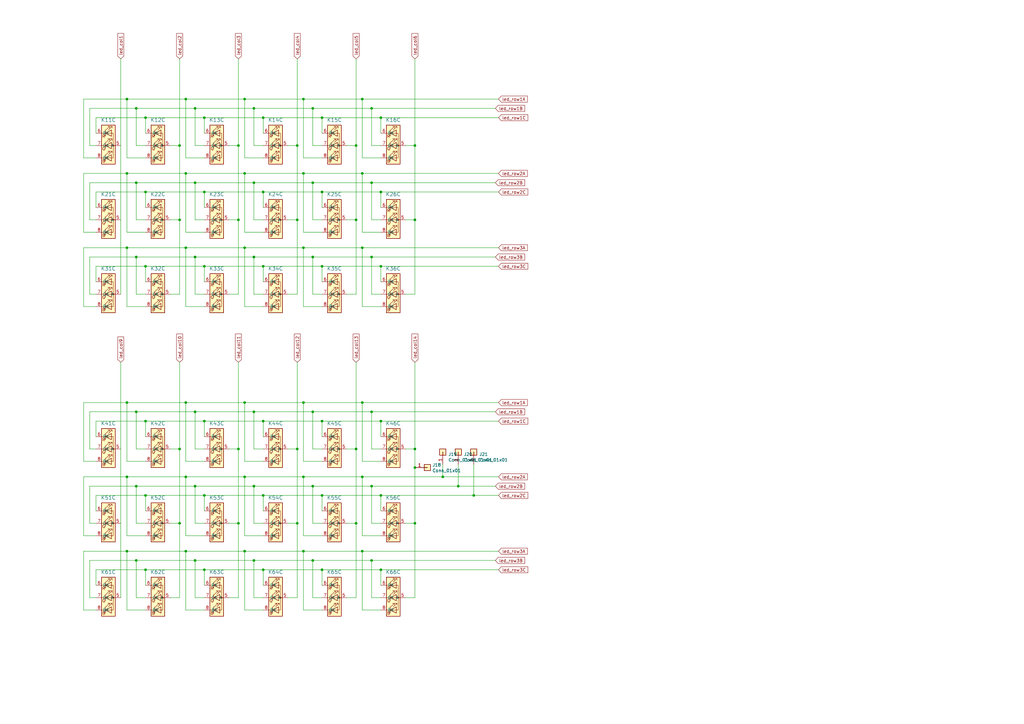
<source format=kicad_sch>
(kicad_sch (version 20211123) (generator eeschema)

  (uuid 37657eee-b379-4145-b65d-79c82b53e49e)

  (paper "A3")

  (lib_symbols
    (symbol "Connector_Generic:Conn_01x01" (pin_names (offset 1.016) hide) (in_bom yes) (on_board yes)
      (property "Reference" "J" (id 0) (at 0 2.54 0)
        (effects (font (size 1.27 1.27)))
      )
      (property "Value" "Conn_01x01" (id 1) (at 0 -2.54 0)
        (effects (font (size 1.27 1.27)))
      )
      (property "Footprint" "" (id 2) (at 0 0 0)
        (effects (font (size 1.27 1.27)) hide)
      )
      (property "Datasheet" "~" (id 3) (at 0 0 0)
        (effects (font (size 1.27 1.27)) hide)
      )
      (property "ki_keywords" "connector" (id 4) (at 0 0 0)
        (effects (font (size 1.27 1.27)) hide)
      )
      (property "ki_description" "Generic connector, single row, 01x01, script generated (kicad-library-utils/schlib/autogen/connector/)" (id 5) (at 0 0 0)
        (effects (font (size 1.27 1.27)) hide)
      )
      (property "ki_fp_filters" "Connector*:*_1x??_*" (id 6) (at 0 0 0)
        (effects (font (size 1.27 1.27)) hide)
      )
      (symbol "Conn_01x01_1_1"
        (rectangle (start -1.27 0.127) (end 0 -0.127)
          (stroke (width 0.1524) (type default) (color 0 0 0 0))
          (fill (type none))
        )
        (rectangle (start -1.27 1.27) (end 1.27 -1.27)
          (stroke (width 0.254) (type default) (color 0 0 0 0))
          (fill (type background))
        )
        (pin passive line (at -5.08 0 0) (length 3.81)
          (name "Pin_1" (effects (font (size 1.27 1.27))))
          (number "1" (effects (font (size 1.27 1.27))))
        )
      )
    )
    (symbol "vladkvit_keyb:KEYSW_RGB" (pin_names (offset 0.254)) (in_bom yes) (on_board yes)
      (property "Reference" "K?" (id 0) (at -8.89 12.7 0)
        (effects (font (size 1.524 1.524)))
      )
      (property "Value" "KEYSW_RGB" (id 1) (at -7.62 10.16 0)
        (effects (font (size 1.524 1.524)) hide)
      )
      (property "Footprint" "" (id 2) (at -2.54 -6.35 0)
        (effects (font (size 1.524 1.524)))
      )
      (property "Datasheet" "" (id 3) (at -2.54 -6.35 0)
        (effects (font (size 1.524 1.524)))
      )
      (property "ki_locked" "" (id 4) (at 0 0 0)
        (effects (font (size 1.27 1.27)))
      )
      (symbol "KEYSW_RGB_1_1"
        (circle (center -6.35 0) (radius 1.27)
          (stroke (width 0) (type default) (color 0 0 0 0))
          (fill (type none))
        )
        (polyline
          (pts
            (xy -6.35 1.27)
            (xy 2.54 3.81)
          )
          (stroke (width 0.254) (type default) (color 0 0 0 0))
          (fill (type none))
        )
        (circle (center 3.81 0) (radius 1.27)
          (stroke (width 0) (type default) (color 0 0 0 0))
          (fill (type none))
        )
        (pin passive line (at 6.35 0 180) (length 1.27)
          (name "~" (effects (font (size 1.524 1.524))))
          (number "1" (effects (font (size 1.524 1.524))))
        )
        (pin passive line (at -8.89 0 0) (length 1.27)
          (name "~" (effects (font (size 1.524 1.524))))
          (number "2" (effects (font (size 1.524 1.524))))
        )
      )
      (symbol "KEYSW_RGB_2_1"
        (polyline
          (pts
            (xy -2.54 1.27)
            (xy 2.54 1.27)
          )
          (stroke (width 0) (type default) (color 0 0 0 0))
          (fill (type none))
        )
        (polyline
          (pts
            (xy 0 1.27)
            (xy -2.54 -1.27)
            (xy 2.54 -1.27)
            (xy 0 1.27)
          )
          (stroke (width 0) (type default) (color 0 0 0 0))
          (fill (type outline))
        )
        (pin passive line (at 0 2.54 270) (length 1.27)
          (name "~" (effects (font (size 1.524 1.524))))
          (number "3" (effects (font (size 1.524 1.524))))
        )
        (pin passive line (at 0 -2.54 90) (length 1.27)
          (name "~" (effects (font (size 1.524 1.524))))
          (number "4" (effects (font (size 1.524 1.524))))
        )
      )
      (symbol "KEYSW_RGB_3_0"
        (text "B" (at 0.635 -6.35 0)
          (effects (font (size 1.27 1.27)))
        )
        (text "G" (at 0.635 -1.27 0)
          (effects (font (size 1.27 1.27)))
        )
        (text "R" (at 0.635 3.81 0)
          (effects (font (size 1.27 1.27)))
        )
      )
      (symbol "KEYSW_RGB_3_1"
        (polyline
          (pts
            (xy 0 -5.08)
            (xy 3.81 -5.08)
          )
          (stroke (width 0) (type default) (color 0 0 0 0))
          (fill (type none))
        )
        (polyline
          (pts
            (xy 1.27 -3.81)
            (xy 1.27 -6.35)
          )
          (stroke (width 0.2032) (type default) (color 0 0 0 0))
          (fill (type none))
        )
        (polyline
          (pts
            (xy 1.27 1.27)
            (xy 1.27 -1.27)
          )
          (stroke (width 0.2032) (type default) (color 0 0 0 0))
          (fill (type none))
        )
        (polyline
          (pts
            (xy 1.27 6.35)
            (xy 1.27 3.81)
          )
          (stroke (width 0.2032) (type default) (color 0 0 0 0))
          (fill (type none))
        )
        (polyline
          (pts
            (xy 3.81 5.08)
            (xy 0 5.08)
          )
          (stroke (width 0) (type default) (color 0 0 0 0))
          (fill (type none))
        )
        (polyline
          (pts
            (xy 5.08 0)
            (xy 0 0)
          )
          (stroke (width 0) (type default) (color 0 0 0 0))
          (fill (type none))
        )
        (polyline
          (pts
            (xy 3.81 -5.08)
            (xy 4.572 -5.08)
            (xy 4.572 5.08)
            (xy 3.81 5.08)
          )
          (stroke (width 0) (type default) (color 0 0 0 0))
          (fill (type none))
        )
        (polyline
          (pts
            (xy 3.81 -3.81)
            (xy 3.81 -6.35)
            (xy 1.27 -5.08)
            (xy 3.81 -3.81)
          )
          (stroke (width 0.2032) (type default) (color 0 0 0 0))
          (fill (type none))
        )
        (polyline
          (pts
            (xy 3.81 1.27)
            (xy 3.81 -1.27)
            (xy 1.27 0)
            (xy 3.81 1.27)
          )
          (stroke (width 0.2032) (type default) (color 0 0 0 0))
          (fill (type none))
        )
        (polyline
          (pts
            (xy 3.81 6.35)
            (xy 3.81 3.81)
            (xy 1.27 5.08)
            (xy 3.81 6.35)
          )
          (stroke (width 0.2032) (type default) (color 0 0 0 0))
          (fill (type none))
        )
        (polyline
          (pts
            (xy 1.524 -3.81)
            (xy 3.048 -2.286)
            (xy 2.286 -2.286)
            (xy 3.048 -2.286)
            (xy 3.048 -3.048)
          )
          (stroke (width 0) (type default) (color 0 0 0 0))
          (fill (type none))
        )
        (polyline
          (pts
            (xy 1.524 1.27)
            (xy 3.048 2.794)
            (xy 2.286 2.794)
            (xy 3.048 2.794)
            (xy 3.048 2.032)
          )
          (stroke (width 0) (type default) (color 0 0 0 0))
          (fill (type none))
        )
        (polyline
          (pts
            (xy 1.524 6.35)
            (xy 3.048 7.874)
            (xy 2.286 7.874)
            (xy 3.048 7.874)
            (xy 3.048 7.112)
          )
          (stroke (width 0) (type default) (color 0 0 0 0))
          (fill (type none))
        )
        (polyline
          (pts
            (xy 2.54 -3.81)
            (xy 4.064 -2.286)
            (xy 3.302 -2.286)
            (xy 4.064 -2.286)
            (xy 4.064 -3.048)
          )
          (stroke (width 0) (type default) (color 0 0 0 0))
          (fill (type none))
        )
        (polyline
          (pts
            (xy 2.54 1.27)
            (xy 4.064 2.794)
            (xy 3.302 2.794)
            (xy 4.064 2.794)
            (xy 4.064 2.032)
          )
          (stroke (width 0) (type default) (color 0 0 0 0))
          (fill (type none))
        )
        (polyline
          (pts
            (xy 2.54 6.35)
            (xy 4.064 7.874)
            (xy 3.302 7.874)
            (xy 4.064 7.874)
            (xy 4.064 7.112)
          )
          (stroke (width 0) (type default) (color 0 0 0 0))
          (fill (type none))
        )
        (rectangle (start 3.81 6.35) (end 3.81 6.35)
          (stroke (width 0) (type default) (color 0 0 0 0))
          (fill (type none))
        )
        (circle (center 4.572 0) (radius 0.254)
          (stroke (width 0) (type default) (color 0 0 0 0))
          (fill (type outline))
        )
        (rectangle (start 5.334 8.382) (end -0.254 -7.62)
          (stroke (width 0.254) (type default) (color 0 0 0 0))
          (fill (type background))
        )
        (pin passive line (at 7.62 0 180) (length 2.54)
          (name "A" (effects (font (size 1.27 1.27))))
          (number "5" (effects (font (size 1.27 1.27))))
        )
        (pin passive line (at -2.54 5.08 0) (length 2.54)
          (name "RK" (effects (font (size 1.27 1.27))))
          (number "6" (effects (font (size 1.27 1.27))))
        )
        (pin passive line (at -2.54 0 0) (length 2.54)
          (name "GK" (effects (font (size 1.27 1.27))))
          (number "7" (effects (font (size 1.27 1.27))))
        )
        (pin passive line (at -2.54 -5.08 0) (length 2.54)
          (name "BK" (effects (font (size 1.27 1.27))))
          (number "8" (effects (font (size 1.27 1.27))))
        )
      )
    )
  )

  (junction (at 83.82 109.22) (diameter 0) (color 0 0 0 0)
    (uuid 003974b6-cb8f-491b-a226-fc7891eb9a62)
  )
  (junction (at 80.01 229.87) (diameter 0) (color 0 0 0 0)
    (uuid 017667a9-f5de-49c7-af53-4f9af2f3a311)
  )
  (junction (at 194.31 203.2) (diameter 0) (color 0 0 0 0)
    (uuid 058e77a4-10af-4bc8-a984-5984d3bbee4c)
  )
  (junction (at 104.14 74.93) (diameter 0) (color 0 0 0 0)
    (uuid 07652224-af43-42a2-841c-1883ba305bc4)
  )
  (junction (at 76.2 226.06) (diameter 0) (color 0 0 0 0)
    (uuid 08926936-9ea4-4894-afca-caca47f3c238)
  )
  (junction (at 152.4 105.41) (diameter 0) (color 0 0 0 0)
    (uuid 08da8f18-02c3-4a28-a400-670f01755980)
  )
  (junction (at 107.95 203.2) (diameter 0) (color 0 0 0 0)
    (uuid 0a79db37-f1d9-40b1-a24d-8bdfb8f637e2)
  )
  (junction (at 107.95 48.26) (diameter 0) (color 0 0 0 0)
    (uuid 0c544a8c-9f45-4205-9bca-1d91c95d58ef)
  )
  (junction (at 83.82 233.68) (diameter 0) (color 0 0 0 0)
    (uuid 1053b01a-057e-4e79-a21c-42780a737ea9)
  )
  (junction (at 76.2 165.1) (diameter 0) (color 0 0 0 0)
    (uuid 1765d6b9-ca0e-49c2-8c3c-8ab35eb3909b)
  )
  (junction (at 59.69 203.2) (diameter 0) (color 0 0 0 0)
    (uuid 188eabba-12a3-47b7-9be1-03f0c5a948eb)
  )
  (junction (at 100.33 40.64) (diameter 0) (color 0 0 0 0)
    (uuid 1cb64bfe-d819-47e3-be11-515b04f2c451)
  )
  (junction (at 52.07 226.06) (diameter 0) (color 0 0 0 0)
    (uuid 21ca1c08-b8a3-4bdc-9356-70a4d86ee444)
  )
  (junction (at 52.07 101.6) (diameter 0) (color 0 0 0 0)
    (uuid 2522909e-6f5c-4f36-9c3a-869dca14e50f)
  )
  (junction (at 124.46 226.06) (diameter 0) (color 0 0 0 0)
    (uuid 2a4f1c24-6486-4fd8-8092-72bb07a81274)
  )
  (junction (at 132.08 172.72) (diameter 0) (color 0 0 0 0)
    (uuid 2a6ee718-8cdf-4fa6-be7c-8fe885d98fd7)
  )
  (junction (at 104.14 168.91) (diameter 0) (color 0 0 0 0)
    (uuid 2ec9be40-1d5a-4e2d-8a4d-4be2d3c079d5)
  )
  (junction (at 146.05 59.69) (diameter 0) (color 0 0 0 0)
    (uuid 31070a40-077c-4123-96dd-e39f8a0007ce)
  )
  (junction (at 97.79 184.15) (diameter 0) (color 0 0 0 0)
    (uuid 312474c5-a081-4cd1-b2e6-730f0718514a)
  )
  (junction (at 132.08 203.2) (diameter 0) (color 0 0 0 0)
    (uuid 315d2b15-cfe6-4672-b3ad-24773f3df12c)
  )
  (junction (at 55.88 229.87) (diameter 0) (color 0 0 0 0)
    (uuid 3382bf79-b686-4aeb-9419-c8ab591662bb)
  )
  (junction (at 124.46 165.1) (diameter 0) (color 0 0 0 0)
    (uuid 341dde39-440e-4d05-8def-6a5cecefd88c)
  )
  (junction (at 76.2 71.12) (diameter 0) (color 0 0 0 0)
    (uuid 348dc703-3cab-4547-b664-e8b335a6083c)
  )
  (junction (at 55.88 105.41) (diameter 0) (color 0 0 0 0)
    (uuid 37728c8e-efcc-462c-a749-47b6bfcbaf37)
  )
  (junction (at 83.82 78.74) (diameter 0) (color 0 0 0 0)
    (uuid 3c121a93-b189-409b-a104-2bdd37ff0b51)
  )
  (junction (at 146.05 214.63) (diameter 0) (color 0 0 0 0)
    (uuid 44e77d57-d16f-4723-a95f-1ac45276c458)
  )
  (junction (at 104.14 105.41) (diameter 0) (color 0 0 0 0)
    (uuid 469f89fd-f629-46b7-b106-a0088168c9ec)
  )
  (junction (at 124.46 195.58) (diameter 0) (color 0 0 0 0)
    (uuid 48034820-9d25-4020-8e74-d44c1441e803)
  )
  (junction (at 80.01 168.91) (diameter 0) (color 0 0 0 0)
    (uuid 4b982f8b-ca29-4ebf-88fc-8a50b24e0802)
  )
  (junction (at 170.18 191.77) (diameter 0) (color 0 0 0 0)
    (uuid 4c4b4317-29d0-438a-b331-525ede18773a)
  )
  (junction (at 156.21 172.72) (diameter 0) (color 0 0 0 0)
    (uuid 55cff608-ab38-48d9-ac09-2d0a877ceca1)
  )
  (junction (at 152.4 199.39) (diameter 0) (color 0 0 0 0)
    (uuid 5641be26-f5e9-482f-8616-297f17f4eae2)
  )
  (junction (at 156.21 203.2) (diameter 0) (color 0 0 0 0)
    (uuid 5a319d05-1a85-43fe-a179-ebcee7212a03)
  )
  (junction (at 76.2 40.64) (diameter 0) (color 0 0 0 0)
    (uuid 60d26b83-9c3a-4edb-93ef-ab3d9d05e8cb)
  )
  (junction (at 80.01 74.93) (diameter 0) (color 0 0 0 0)
    (uuid 63286bbb-78a3-4368-a50a-f6bf5f1653b0)
  )
  (junction (at 148.59 101.6) (diameter 0) (color 0 0 0 0)
    (uuid 653e74f0-0a40-4ab5-8f5c-787bbaf1d723)
  )
  (junction (at 148.59 165.1) (diameter 0) (color 0 0 0 0)
    (uuid 680c3e83-f590-4924-85a1-36d51b076683)
  )
  (junction (at 83.82 172.72) (diameter 0) (color 0 0 0 0)
    (uuid 6b69fc79-c78f-4df1-9a05-c51d4173705f)
  )
  (junction (at 55.88 44.45) (diameter 0) (color 0 0 0 0)
    (uuid 6b8c153e-62fe-42fb-aa7f-caef740ef6fd)
  )
  (junction (at 55.88 168.91) (diameter 0) (color 0 0 0 0)
    (uuid 6e77d4d6-0239-4c20-98f8-23ae4f71d638)
  )
  (junction (at 100.33 71.12) (diameter 0) (color 0 0 0 0)
    (uuid 6f5a9f10-1b2c-4916-b4e5-cb5bd0f851a0)
  )
  (junction (at 121.92 184.15) (diameter 0) (color 0 0 0 0)
    (uuid 717b25a7-c9c2-4f6f-b744-a96113325c99)
  )
  (junction (at 73.66 214.63) (diameter 0) (color 0 0 0 0)
    (uuid 72f9157b-77da-4a6d-9880-0711b21f6e23)
  )
  (junction (at 104.14 44.45) (diameter 0) (color 0 0 0 0)
    (uuid 765684c2-53b3-4ef7-bd1b-7a4a73d87b76)
  )
  (junction (at 146.05 184.15) (diameter 0) (color 0 0 0 0)
    (uuid 7700fef1-de5b-4197-be2d-18385e1e18f9)
  )
  (junction (at 97.79 90.17) (diameter 0) (color 0 0 0 0)
    (uuid 792ace59-9f73-49b7-92df-01568ab2b00b)
  )
  (junction (at 107.95 109.22) (diameter 0) (color 0 0 0 0)
    (uuid 7c0866b5-b180-4be6-9e62-43f5b191d6d4)
  )
  (junction (at 104.14 229.87) (diameter 0) (color 0 0 0 0)
    (uuid 7d2422a2-6679-4b2f-b253-47eef0da2414)
  )
  (junction (at 100.33 195.58) (diameter 0) (color 0 0 0 0)
    (uuid 7df9ce6f-7f38-4582-a049-7f92faf1abc9)
  )
  (junction (at 52.07 195.58) (diameter 0) (color 0 0 0 0)
    (uuid 82907d2e-4560-49c2-9cfc-01b127317195)
  )
  (junction (at 100.33 101.6) (diameter 0) (color 0 0 0 0)
    (uuid 83a363ef-2850-4113-853b-2966af02d72d)
  )
  (junction (at 80.01 105.41) (diameter 0) (color 0 0 0 0)
    (uuid 848c6095-3966-404d-9f2a-51150fd8dc54)
  )
  (junction (at 128.27 199.39) (diameter 0) (color 0 0 0 0)
    (uuid 86143bb0-7899-4df8-b1df-baa3c0ac7889)
  )
  (junction (at 152.4 229.87) (diameter 0) (color 0 0 0 0)
    (uuid 897277a3-b7ce-4d18-8c5f-1c984a246298)
  )
  (junction (at 73.66 90.17) (diameter 0) (color 0 0 0 0)
    (uuid 90f2ca05-313f-4af8-87b1-a8109224a221)
  )
  (junction (at 128.27 105.41) (diameter 0) (color 0 0 0 0)
    (uuid 971d1932-4a99-4265-9c76-26e554bde4fe)
  )
  (junction (at 156.21 78.74) (diameter 0) (color 0 0 0 0)
    (uuid 9a595c4c-9ac1-4ae3-8ff3-1b7f2281a894)
  )
  (junction (at 107.95 78.74) (diameter 0) (color 0 0 0 0)
    (uuid 9b07d532-5f76-4469-8dbf-25ac27eef589)
  )
  (junction (at 59.69 172.72) (diameter 0) (color 0 0 0 0)
    (uuid 9c8eae28-a7c3-4e6a-bd81-98cf70031070)
  )
  (junction (at 97.79 59.69) (diameter 0) (color 0 0 0 0)
    (uuid 9e5fe65d-f158-4eb5-af93-2b5d0b9a0d55)
  )
  (junction (at 156.21 233.68) (diameter 0) (color 0 0 0 0)
    (uuid a04f8542-6c38-4d5c-bdbb-c8e0311a0936)
  )
  (junction (at 76.2 195.58) (diameter 0) (color 0 0 0 0)
    (uuid a09cb1c4-cc63-49c7-a35f-4b80c3ba2217)
  )
  (junction (at 107.95 233.68) (diameter 0) (color 0 0 0 0)
    (uuid a1701438-3c8b-4b49-8695-36ec7f9ae4d2)
  )
  (junction (at 152.4 44.45) (diameter 0) (color 0 0 0 0)
    (uuid a22bec73-a69c-4ab7-8d8d-f6a6b09f925f)
  )
  (junction (at 132.08 78.74) (diameter 0) (color 0 0 0 0)
    (uuid a26bdee6-0e16-4ea6-87f7-fb32c714896e)
  )
  (junction (at 152.4 74.93) (diameter 0) (color 0 0 0 0)
    (uuid a6706c54-6a82-42d1-a6c9-48341690e19d)
  )
  (junction (at 97.79 214.63) (diameter 0) (color 0 0 0 0)
    (uuid a6dd3322-fcf5-4e4f-88bb-77a3d82a4d05)
  )
  (junction (at 148.59 71.12) (diameter 0) (color 0 0 0 0)
    (uuid aa0466c6-766f-4bb4-abf1-502a6a06f91d)
  )
  (junction (at 124.46 101.6) (diameter 0) (color 0 0 0 0)
    (uuid b24c67bf-acb7-486e-9d7b-fb513b8c7fc6)
  )
  (junction (at 128.27 44.45) (diameter 0) (color 0 0 0 0)
    (uuid b44c0167-50fe-4c67-94fb-5ce2e6f52544)
  )
  (junction (at 121.92 59.69) (diameter 0) (color 0 0 0 0)
    (uuid b500fd76-a613-4f44-aac4-99213e86ff44)
  )
  (junction (at 128.27 168.91) (diameter 0) (color 0 0 0 0)
    (uuid b632afec-1444-4246-8afb-cc14a57567e7)
  )
  (junction (at 181.61 195.58) (diameter 0) (color 0 0 0 0)
    (uuid b8382866-f10b-4adc-84fc-f6e5dd44681b)
  )
  (junction (at 132.08 48.26) (diameter 0) (color 0 0 0 0)
    (uuid bb5d2eae-a96e-45dd-89aa-125fe22cc2fa)
  )
  (junction (at 80.01 199.39) (diameter 0) (color 0 0 0 0)
    (uuid bc01f3e7-a131-4f66-8abc-cc13e855d5e5)
  )
  (junction (at 121.92 90.17) (diameter 0) (color 0 0 0 0)
    (uuid bc05cdd5-f72f-4c21-b397-0fa889871114)
  )
  (junction (at 152.4 168.91) (diameter 0) (color 0 0 0 0)
    (uuid be030c62-e776-405f-97d8-4a4c1aa2e428)
  )
  (junction (at 73.66 59.69) (diameter 0) (color 0 0 0 0)
    (uuid c0c62e93-8e84-4f2b-96ae-e90b55e0550a)
  )
  (junction (at 100.33 226.06) (diameter 0) (color 0 0 0 0)
    (uuid c7db4903-f95a-49f5-bcce-c52f0ca8defc)
  )
  (junction (at 59.69 78.74) (diameter 0) (color 0 0 0 0)
    (uuid c7f7bd58-1ebd-40fd-a39d-a95530a751b6)
  )
  (junction (at 156.21 109.22) (diameter 0) (color 0 0 0 0)
    (uuid c81031ca-cd56-4ea3-b0db-833cbbdd7b2e)
  )
  (junction (at 80.01 44.45) (diameter 0) (color 0 0 0 0)
    (uuid c811ed5f-f509-4605-b7d3-da6f79935a1e)
  )
  (junction (at 104.14 199.39) (diameter 0) (color 0 0 0 0)
    (uuid cd2580a0-9e4c-4895-a13c-3b2ee33bafc4)
  )
  (junction (at 83.82 48.26) (diameter 0) (color 0 0 0 0)
    (uuid cd50b8dc-829d-4a1d-8f2a-6471f378ba87)
  )
  (junction (at 170.18 90.17) (diameter 0) (color 0 0 0 0)
    (uuid ce3f834f-337d-4957-8d02-e900d7024614)
  )
  (junction (at 59.69 48.26) (diameter 0) (color 0 0 0 0)
    (uuid d1441985-7b63-4bf8-a06d-c70da2e3b78b)
  )
  (junction (at 132.08 109.22) (diameter 0) (color 0 0 0 0)
    (uuid d1817a81-d444-4cd9-95f6-174ec9e2a60e)
  )
  (junction (at 170.18 214.63) (diameter 0) (color 0 0 0 0)
    (uuid d23840a6-3c61-45ca-968a-bc57332fd7a4)
  )
  (junction (at 124.46 71.12) (diameter 0) (color 0 0 0 0)
    (uuid d2db53d0-2821-4ebe-bf21-b864eac8ca44)
  )
  (junction (at 100.33 165.1) (diameter 0) (color 0 0 0 0)
    (uuid d396ce56-1974-47b7-a41b-ae2b20ef835c)
  )
  (junction (at 83.82 203.2) (diameter 0) (color 0 0 0 0)
    (uuid d5c86a84-6c8b-48b5-b583-2fe7052421ab)
  )
  (junction (at 124.46 40.64) (diameter 0) (color 0 0 0 0)
    (uuid d5f4d798-57d3-493b-b57c-3b6e89508879)
  )
  (junction (at 187.96 199.39) (diameter 0) (color 0 0 0 0)
    (uuid d91b4df3-08ca-4c95-92de-3004566cf2e7)
  )
  (junction (at 73.66 184.15) (diameter 0) (color 0 0 0 0)
    (uuid dbbbcbf5-ed09-4c20-902c-70f108158aba)
  )
  (junction (at 128.27 74.93) (diameter 0) (color 0 0 0 0)
    (uuid dd6c35f3-ae45-4706-ad6f-8028797ca8e0)
  )
  (junction (at 59.69 233.68) (diameter 0) (color 0 0 0 0)
    (uuid de438bc3-2eba-4b9f-95e9-35ce5db157f6)
  )
  (junction (at 146.05 90.17) (diameter 0) (color 0 0 0 0)
    (uuid de588ed9-a530-46f0-aa03-e0307ff72286)
  )
  (junction (at 55.88 199.39) (diameter 0) (color 0 0 0 0)
    (uuid e002a979-85bc-451a-a77b-29ce2a8f19f9)
  )
  (junction (at 52.07 165.1) (diameter 0) (color 0 0 0 0)
    (uuid e0b36e60-bb2b-489c-a764-1b81e551ce62)
  )
  (junction (at 59.69 109.22) (diameter 0) (color 0 0 0 0)
    (uuid e42fd0d4-9927-4308-81d9-4cca814c8ea9)
  )
  (junction (at 148.59 40.64) (diameter 0) (color 0 0 0 0)
    (uuid e4504518-96e7-4c9e-8457-7273f5a490f1)
  )
  (junction (at 148.59 226.06) (diameter 0) (color 0 0 0 0)
    (uuid e6bf257d-5112-423c-b70a-adf8446f29da)
  )
  (junction (at 148.59 195.58) (diameter 0) (color 0 0 0 0)
    (uuid e8312cc4-6502-4783-b578-55c01e0393af)
  )
  (junction (at 52.07 71.12) (diameter 0) (color 0 0 0 0)
    (uuid ea28e946-b74f-4ba8-ac7b-b1884c5e7296)
  )
  (junction (at 55.88 74.93) (diameter 0) (color 0 0 0 0)
    (uuid ea745685-58a4-4364-a674-15381eadb187)
  )
  (junction (at 52.07 40.64) (diameter 0) (color 0 0 0 0)
    (uuid ea77ba09-319a-49bd-ad5b-49f4c76f232c)
  )
  (junction (at 128.27 229.87) (diameter 0) (color 0 0 0 0)
    (uuid ed612f6d-67c1-4198-976d-84139f8d99bc)
  )
  (junction (at 107.95 172.72) (diameter 0) (color 0 0 0 0)
    (uuid f2392fe0-54af-4e02-8793-9ba2471944b5)
  )
  (junction (at 121.92 214.63) (diameter 0) (color 0 0 0 0)
    (uuid f2c43eeb-76da-49f4-b8e6-cd74ebb3190b)
  )
  (junction (at 132.08 233.68) (diameter 0) (color 0 0 0 0)
    (uuid f8a90052-1a8b-4ce5-a1fd-87db944dceac)
  )
  (junction (at 170.18 59.69) (diameter 0) (color 0 0 0 0)
    (uuid f8e92727-5789-4ef6-9dc3-be888ad72e45)
  )
  (junction (at 170.18 184.15) (diameter 0) (color 0 0 0 0)
    (uuid f931f973-5615-451c-bb04-9a02aede6e6f)
  )
  (junction (at 156.21 48.26) (diameter 0) (color 0 0 0 0)
    (uuid facb0614-068b-4c9c-a466-d374df96a94c)
  )
  (junction (at 76.2 101.6) (diameter 0) (color 0 0 0 0)
    (uuid fd4dd248-3e78-4985-a4fc-58bc05b74cbf)
  )

  (wire (pts (xy 107.95 125.73) (xy 100.33 125.73))
    (stroke (width 0) (type default) (color 0 0 0 0))
    (uuid 004b7456-c25a-480f-88f6-723c1bcd9939)
  )
  (wire (pts (xy 128.27 229.87) (xy 128.27 245.11))
    (stroke (width 0) (type default) (color 0 0 0 0))
    (uuid 009b0d62-e9ea-4825-9fdf-befd291c76ce)
  )
  (wire (pts (xy 83.82 95.25) (xy 76.2 95.25))
    (stroke (width 0) (type default) (color 0 0 0 0))
    (uuid 01024d27-e392-4482-9e67-565b0c294fe8)
  )
  (wire (pts (xy 100.33 195.58) (xy 100.33 219.71))
    (stroke (width 0) (type default) (color 0 0 0 0))
    (uuid 01c59306-91a3-452b-92b5-9af8f8f257d6)
  )
  (wire (pts (xy 76.2 165.1) (xy 76.2 189.23))
    (stroke (width 0) (type default) (color 0 0 0 0))
    (uuid 042fe62b-53aa-4e86-97d0-9ccb1e16a895)
  )
  (wire (pts (xy 104.14 168.91) (xy 104.14 184.15))
    (stroke (width 0) (type default) (color 0 0 0 0))
    (uuid 046ca2d8-3ca1-4c64-8090-c45e9adcf30e)
  )
  (wire (pts (xy 73.66 90.17) (xy 73.66 120.65))
    (stroke (width 0) (type default) (color 0 0 0 0))
    (uuid 056788ec-4ecf-4826-b996-bd884a6442a0)
  )
  (wire (pts (xy 83.82 189.23) (xy 76.2 189.23))
    (stroke (width 0) (type default) (color 0 0 0 0))
    (uuid 05e45f00-3c6b-4c0c-9ffb-3fe26fcda007)
  )
  (wire (pts (xy 80.01 105.41) (xy 80.01 120.65))
    (stroke (width 0) (type default) (color 0 0 0 0))
    (uuid 0938c137-668b-4d2f-b92b-cadb1df72bdb)
  )
  (wire (pts (xy 97.79 148.59) (xy 97.79 184.15))
    (stroke (width 0) (type default) (color 0 0 0 0))
    (uuid 094dc71e-7ea9-4e30-8ba7-749216ec2a8b)
  )
  (wire (pts (xy 52.07 40.64) (xy 76.2 40.64))
    (stroke (width 0) (type default) (color 0 0 0 0))
    (uuid 0a1d0cbe-85ab-4f0f-b3b1-fcef21dfb600)
  )
  (wire (pts (xy 124.46 40.64) (xy 148.59 40.64))
    (stroke (width 0) (type default) (color 0 0 0 0))
    (uuid 0a5610bb-d01a-4417-8271-dc424dd2c838)
  )
  (wire (pts (xy 39.37 125.73) (xy 34.29 125.73))
    (stroke (width 0) (type default) (color 0 0 0 0))
    (uuid 0a8dfc5c-35dc-4e44-a2bf-5968ebf90cca)
  )
  (wire (pts (xy 148.59 165.1) (xy 204.47 165.1))
    (stroke (width 0) (type default) (color 0 0 0 0))
    (uuid 0cc094e7-c1c0-457d-bd94-3db91c23be55)
  )
  (wire (pts (xy 93.98 214.63) (xy 97.79 214.63))
    (stroke (width 0) (type default) (color 0 0 0 0))
    (uuid 0d095387-710d-4633-a6c3-04eab60b585a)
  )
  (wire (pts (xy 59.69 90.17) (xy 55.88 90.17))
    (stroke (width 0) (type default) (color 0 0 0 0))
    (uuid 0e0f9829-27a5-43b2-a0ae-121d3ce72ef4)
  )
  (wire (pts (xy 34.29 250.19) (xy 34.29 226.06))
    (stroke (width 0) (type default) (color 0 0 0 0))
    (uuid 0f9b475c-adb7-41fc-b827-33d4eaa86b99)
  )
  (wire (pts (xy 156.21 172.72) (xy 204.47 172.72))
    (stroke (width 0) (type default) (color 0 0 0 0))
    (uuid 0fc912fd-5036-4a55-b598-a9af40810824)
  )
  (wire (pts (xy 34.29 219.71) (xy 34.29 195.58))
    (stroke (width 0) (type default) (color 0 0 0 0))
    (uuid 0ff398d7-e6e2-4972-a7a4-438407886f34)
  )
  (wire (pts (xy 156.21 245.11) (xy 152.4 245.11))
    (stroke (width 0) (type default) (color 0 0 0 0))
    (uuid 105d44ff-63b9-4299-9078-473af583971a)
  )
  (wire (pts (xy 166.37 120.65) (xy 170.18 120.65))
    (stroke (width 0) (type default) (color 0 0 0 0))
    (uuid 122b5574-57fe-4d2d-80bf-3cabd28e7128)
  )
  (wire (pts (xy 39.37 214.63) (xy 36.83 214.63))
    (stroke (width 0) (type default) (color 0 0 0 0))
    (uuid 1527299a-08b3-47c3-929f-a75c83be365e)
  )
  (wire (pts (xy 59.69 219.71) (xy 52.07 219.71))
    (stroke (width 0) (type default) (color 0 0 0 0))
    (uuid 153169ce-9fac-4868-bc4e-e1381c5bb726)
  )
  (wire (pts (xy 107.95 203.2) (xy 132.08 203.2))
    (stroke (width 0) (type default) (color 0 0 0 0))
    (uuid 15a5a11b-0ea1-4f6e-b356-cc2d530615ed)
  )
  (wire (pts (xy 34.29 64.77) (xy 34.29 40.64))
    (stroke (width 0) (type default) (color 0 0 0 0))
    (uuid 1732b93f-cd0e-4ca4-a905-bb406354ca33)
  )
  (wire (pts (xy 107.95 240.03) (xy 107.95 233.68))
    (stroke (width 0) (type default) (color 0 0 0 0))
    (uuid 173fd4a7-b485-4e9d-8724-470865466784)
  )
  (wire (pts (xy 73.66 148.59) (xy 73.66 184.15))
    (stroke (width 0) (type default) (color 0 0 0 0))
    (uuid 186c3f1e-1c94-498e-abf2-1069980f6633)
  )
  (wire (pts (xy 39.37 95.25) (xy 34.29 95.25))
    (stroke (width 0) (type default) (color 0 0 0 0))
    (uuid 18d3014d-7089-41b5-ab03-53cc0a265580)
  )
  (wire (pts (xy 34.29 195.58) (xy 52.07 195.58))
    (stroke (width 0) (type default) (color 0 0 0 0))
    (uuid 18dee026-9999-4f10-8c36-736131349406)
  )
  (wire (pts (xy 187.96 199.39) (xy 203.2 199.39))
    (stroke (width 0) (type default) (color 0 0 0 0))
    (uuid 18e95a1d-9d1d-4b93-8e4c-2d03c344acc0)
  )
  (wire (pts (xy 107.95 209.55) (xy 107.95 203.2))
    (stroke (width 0) (type default) (color 0 0 0 0))
    (uuid 19515fa4-c166-4b6e-837d-c01a89e98000)
  )
  (wire (pts (xy 93.98 245.11) (xy 97.79 245.11))
    (stroke (width 0) (type default) (color 0 0 0 0))
    (uuid 1a7e7b16-fc7c-4e64-9ace-48cc78112437)
  )
  (wire (pts (xy 128.27 229.87) (xy 152.4 229.87))
    (stroke (width 0) (type default) (color 0 0 0 0))
    (uuid 1ae3634a-f90f-4c6a-8ba7-b38f98d4ccb2)
  )
  (wire (pts (xy 132.08 189.23) (xy 124.46 189.23))
    (stroke (width 0) (type default) (color 0 0 0 0))
    (uuid 1b5a32e4-0b8e-4f38-b679-71dc277c2087)
  )
  (wire (pts (xy 59.69 109.22) (xy 83.82 109.22))
    (stroke (width 0) (type default) (color 0 0 0 0))
    (uuid 1b98de85-f9de-4825-baf2-c96991615275)
  )
  (wire (pts (xy 36.83 59.69) (xy 36.83 44.45))
    (stroke (width 0) (type default) (color 0 0 0 0))
    (uuid 1d0d5161-c82f-4c77-a9ca-15d017db65d3)
  )
  (wire (pts (xy 148.59 226.06) (xy 204.47 226.06))
    (stroke (width 0) (type default) (color 0 0 0 0))
    (uuid 1d9dc91c-3457-4ca5-8e42-43be60ae0831)
  )
  (wire (pts (xy 148.59 71.12) (xy 148.59 95.25))
    (stroke (width 0) (type default) (color 0 0 0 0))
    (uuid 2295a793-dfca-4b86-a3e5-abf1834e2790)
  )
  (wire (pts (xy 156.21 59.69) (xy 152.4 59.69))
    (stroke (width 0) (type default) (color 0 0 0 0))
    (uuid 22c28634-55a5-4f76-9217-6b70ddd108b8)
  )
  (wire (pts (xy 128.27 44.45) (xy 128.27 59.69))
    (stroke (width 0) (type default) (color 0 0 0 0))
    (uuid 232ccf4f-3322-4e62-990b-290e6ff36fcd)
  )
  (wire (pts (xy 83.82 219.71) (xy 76.2 219.71))
    (stroke (width 0) (type default) (color 0 0 0 0))
    (uuid 23345f3e-d08d-4834-b1dc-64de02569916)
  )
  (wire (pts (xy 132.08 64.77) (xy 124.46 64.77))
    (stroke (width 0) (type default) (color 0 0 0 0))
    (uuid 234e1024-0b7f-410c-90bb-bae43af1eb25)
  )
  (wire (pts (xy 132.08 203.2) (xy 156.21 203.2))
    (stroke (width 0) (type default) (color 0 0 0 0))
    (uuid 24a492d9-25a9-4fba-b51b-3effb576b351)
  )
  (wire (pts (xy 39.37 245.11) (xy 36.83 245.11))
    (stroke (width 0) (type default) (color 0 0 0 0))
    (uuid 24fd922c-d488-4d61-b6dc-9d3e359ccc82)
  )
  (wire (pts (xy 132.08 95.25) (xy 124.46 95.25))
    (stroke (width 0) (type default) (color 0 0 0 0))
    (uuid 251669f2-aed1-46fe-b2e4-9582ff1e4084)
  )
  (wire (pts (xy 170.18 184.15) (xy 170.18 191.77))
    (stroke (width 0) (type default) (color 0 0 0 0))
    (uuid 25625d99-d45f-4b2f-9e62-009a122611f4)
  )
  (wire (pts (xy 83.82 250.19) (xy 76.2 250.19))
    (stroke (width 0) (type default) (color 0 0 0 0))
    (uuid 26296271-780a-4da9-8e69-910d9240bca1)
  )
  (wire (pts (xy 80.01 44.45) (xy 104.14 44.45))
    (stroke (width 0) (type default) (color 0 0 0 0))
    (uuid 2681e64d-bedc-4e1f-87d2-754aaa485bbd)
  )
  (wire (pts (xy 69.85 245.11) (xy 73.66 245.11))
    (stroke (width 0) (type default) (color 0 0 0 0))
    (uuid 2765a021-71f1-4136-b72b-81c2c6882946)
  )
  (wire (pts (xy 121.92 59.69) (xy 121.92 90.17))
    (stroke (width 0) (type default) (color 0 0 0 0))
    (uuid 278deae2-fb37-4957-b2cb-afac30cacb12)
  )
  (wire (pts (xy 146.05 90.17) (xy 146.05 120.65))
    (stroke (width 0) (type default) (color 0 0 0 0))
    (uuid 27e3c71f-5a63-4710-8adf-b600b805ce02)
  )
  (wire (pts (xy 170.18 148.59) (xy 170.18 184.15))
    (stroke (width 0) (type default) (color 0 0 0 0))
    (uuid 28d267fd-6d61-43bb-9705-8d59d7a44e81)
  )
  (wire (pts (xy 132.08 172.72) (xy 156.21 172.72))
    (stroke (width 0) (type default) (color 0 0 0 0))
    (uuid 2938bf2d-2d32-4cb0-9d4d-563ea28ffffa)
  )
  (wire (pts (xy 132.08 214.63) (xy 128.27 214.63))
    (stroke (width 0) (type default) (color 0 0 0 0))
    (uuid 29cd9e70-9b68-44f7-96b2-fe993c246832)
  )
  (wire (pts (xy 128.27 199.39) (xy 152.4 199.39))
    (stroke (width 0) (type default) (color 0 0 0 0))
    (uuid 2ad4b4ba-3abd-4313-bed9-1edce936a95e)
  )
  (wire (pts (xy 104.14 44.45) (xy 104.14 59.69))
    (stroke (width 0) (type default) (color 0 0 0 0))
    (uuid 2ba25c40-ea42-478e-9150-1d94fa1c8ae9)
  )
  (wire (pts (xy 142.24 245.11) (xy 146.05 245.11))
    (stroke (width 0) (type default) (color 0 0 0 0))
    (uuid 2bbd6c26-4114-4518-8f4a-c6fdadc046b6)
  )
  (wire (pts (xy 100.33 226.06) (xy 124.46 226.06))
    (stroke (width 0) (type default) (color 0 0 0 0))
    (uuid 2c10387c-3cac-4a7c-bbfb-95d69f41a890)
  )
  (wire (pts (xy 124.46 101.6) (xy 124.46 125.73))
    (stroke (width 0) (type default) (color 0 0 0 0))
    (uuid 2c488362-c230-4f6d-82f9-a229b1171a23)
  )
  (wire (pts (xy 83.82 115.57) (xy 83.82 109.22))
    (stroke (width 0) (type default) (color 0 0 0 0))
    (uuid 2cd3975a-2259-4fa9-8133-e1586b9b9618)
  )
  (wire (pts (xy 121.92 24.13) (xy 121.92 59.69))
    (stroke (width 0) (type default) (color 0 0 0 0))
    (uuid 2d0d333a-99a0-4575-9433-710c8cc7ac0b)
  )
  (wire (pts (xy 39.37 179.07) (xy 39.37 172.72))
    (stroke (width 0) (type default) (color 0 0 0 0))
    (uuid 2d16cb66-2809-411d-912c-d3db0f48bd04)
  )
  (wire (pts (xy 36.83 168.91) (xy 55.88 168.91))
    (stroke (width 0) (type default) (color 0 0 0 0))
    (uuid 2d4d8c24-5b38-445b-8733-2a81ba21d33e)
  )
  (wire (pts (xy 132.08 125.73) (xy 124.46 125.73))
    (stroke (width 0) (type default) (color 0 0 0 0))
    (uuid 2d617fad-47fe-4db9-836a-4bceb9c31c3b)
  )
  (wire (pts (xy 132.08 219.71) (xy 124.46 219.71))
    (stroke (width 0) (type default) (color 0 0 0 0))
    (uuid 2e1d63b8-5189-41bb-8b6a-c4ada546b2d5)
  )
  (wire (pts (xy 132.08 120.65) (xy 128.27 120.65))
    (stroke (width 0) (type default) (color 0 0 0 0))
    (uuid 2e36ce87-4661-4b8f-956a-16dc559e1b50)
  )
  (wire (pts (xy 59.69 172.72) (xy 83.82 172.72))
    (stroke (width 0) (type default) (color 0 0 0 0))
    (uuid 2e6b1f7e-e4c3-43a1-ae90-c85aa40696d5)
  )
  (wire (pts (xy 170.18 214.63) (xy 170.18 245.11))
    (stroke (width 0) (type default) (color 0 0 0 0))
    (uuid 2edc487e-09a5-4e4e-9675-a7b323f56380)
  )
  (wire (pts (xy 39.37 64.77) (xy 34.29 64.77))
    (stroke (width 0) (type default) (color 0 0 0 0))
    (uuid 2f0570b6-86da-47a8-9e56-ce60c431c534)
  )
  (wire (pts (xy 83.82 184.15) (xy 80.01 184.15))
    (stroke (width 0) (type default) (color 0 0 0 0))
    (uuid 2fb9964c-4cd4-4e81-b5e8-f78759d3adb5)
  )
  (wire (pts (xy 142.24 90.17) (xy 146.05 90.17))
    (stroke (width 0) (type default) (color 0 0 0 0))
    (uuid 3198b8ca-7d11-4e0c-89a4-c173f9fcf724)
  )
  (wire (pts (xy 104.14 229.87) (xy 104.14 245.11))
    (stroke (width 0) (type default) (color 0 0 0 0))
    (uuid 3273ec61-4a33-41c2-82bf-cde7c8587c1b)
  )
  (wire (pts (xy 156.21 250.19) (xy 148.59 250.19))
    (stroke (width 0) (type default) (color 0 0 0 0))
    (uuid 341e67eb-d5e1-4cb7-9d11-5aa4ab832a2a)
  )
  (wire (pts (xy 104.14 168.91) (xy 128.27 168.91))
    (stroke (width 0) (type default) (color 0 0 0 0))
    (uuid 35343f32-90ff-4059-a108-111fb444c3d2)
  )
  (wire (pts (xy 80.01 168.91) (xy 80.01 184.15))
    (stroke (width 0) (type default) (color 0 0 0 0))
    (uuid 36696ac6-2db1-4b52-ae3d-9f3c89d2042f)
  )
  (wire (pts (xy 59.69 95.25) (xy 52.07 95.25))
    (stroke (width 0) (type default) (color 0 0 0 0))
    (uuid 3934b2e9-06c8-499c-a6df-4d7b35cfb894)
  )
  (wire (pts (xy 128.27 74.93) (xy 152.4 74.93))
    (stroke (width 0) (type default) (color 0 0 0 0))
    (uuid 39845449-7a31-4262-86b1-e7af14a6659f)
  )
  (wire (pts (xy 156.21 109.22) (xy 204.47 109.22))
    (stroke (width 0) (type default) (color 0 0 0 0))
    (uuid 3a45fb3b-7899-44f2-a78a-f676359df67b)
  )
  (wire (pts (xy 55.88 44.45) (xy 55.88 59.69))
    (stroke (width 0) (type default) (color 0 0 0 0))
    (uuid 3b9c5ffd-e59b-402d-8c5e-052f7ca643a4)
  )
  (wire (pts (xy 132.08 85.09) (xy 132.08 78.74))
    (stroke (width 0) (type default) (color 0 0 0 0))
    (uuid 3c646c61-400f-4f60-98b8-05ed5e632a3f)
  )
  (wire (pts (xy 166.37 184.15) (xy 170.18 184.15))
    (stroke (width 0) (type default) (color 0 0 0 0))
    (uuid 3c66e6e2-f12d-4b23-910e-e478d272dfd5)
  )
  (wire (pts (xy 156.21 95.25) (xy 148.59 95.25))
    (stroke (width 0) (type default) (color 0 0 0 0))
    (uuid 3d416885-b8b5-4f5c-bc29-39c6376095e8)
  )
  (wire (pts (xy 124.46 71.12) (xy 148.59 71.12))
    (stroke (width 0) (type default) (color 0 0 0 0))
    (uuid 3f1ab70d-3263-42b5-9c61-0360188ff2b7)
  )
  (wire (pts (xy 83.82 203.2) (xy 107.95 203.2))
    (stroke (width 0) (type default) (color 0 0 0 0))
    (uuid 3f43c2dc-daa2-45ba-b8ca-7ae5aebed882)
  )
  (wire (pts (xy 34.29 71.12) (xy 52.07 71.12))
    (stroke (width 0) (type default) (color 0 0 0 0))
    (uuid 3f96e159-1f3b-4ee7-a46e-e60d78f2137a)
  )
  (wire (pts (xy 83.82 54.61) (xy 83.82 48.26))
    (stroke (width 0) (type default) (color 0 0 0 0))
    (uuid 3fa05934-8ad1-40a9-af5c-98ad298eb412)
  )
  (wire (pts (xy 93.98 184.15) (xy 97.79 184.15))
    (stroke (width 0) (type default) (color 0 0 0 0))
    (uuid 40b38567-9d6a-4691-bccf-1b4dbe39957b)
  )
  (wire (pts (xy 156.21 209.55) (xy 156.21 203.2))
    (stroke (width 0) (type default) (color 0 0 0 0))
    (uuid 41524d81-a7f7-45af-a8c6-15609b68d1fd)
  )
  (wire (pts (xy 148.59 40.64) (xy 148.59 64.77))
    (stroke (width 0) (type default) (color 0 0 0 0))
    (uuid 42b61d5b-39d6-462b-b2cc-57656078085f)
  )
  (wire (pts (xy 152.4 105.41) (xy 152.4 120.65))
    (stroke (width 0) (type default) (color 0 0 0 0))
    (uuid 42bd0f96-a831-406e-abb7-03ed1bbd785f)
  )
  (wire (pts (xy 148.59 40.64) (xy 204.47 40.64))
    (stroke (width 0) (type default) (color 0 0 0 0))
    (uuid 42ecdba3-f348-4384-8d4b-cd21e56f3613)
  )
  (wire (pts (xy 107.95 214.63) (xy 104.14 214.63))
    (stroke (width 0) (type default) (color 0 0 0 0))
    (uuid 43f341b3-06e9-4e7a-a26e-5365b89d76bf)
  )
  (wire (pts (xy 128.27 105.41) (xy 152.4 105.41))
    (stroke (width 0) (type default) (color 0 0 0 0))
    (uuid 444b2eaf-241d-42e5-8717-27a83d099c5b)
  )
  (wire (pts (xy 59.69 59.69) (xy 55.88 59.69))
    (stroke (width 0) (type default) (color 0 0 0 0))
    (uuid 44b926bf-8bdd-4191-846d-2dfabab2cecb)
  )
  (wire (pts (xy 107.95 233.68) (xy 132.08 233.68))
    (stroke (width 0) (type default) (color 0 0 0 0))
    (uuid 45836d49-cd5f-417d-b0f6-c8b43d196a36)
  )
  (wire (pts (xy 148.59 195.58) (xy 181.61 195.58))
    (stroke (width 0) (type default) (color 0 0 0 0))
    (uuid 45a58c23-3e6d-4df0-af01-6d5948b0075c)
  )
  (wire (pts (xy 170.18 191.77) (xy 170.18 214.63))
    (stroke (width 0) (type default) (color 0 0 0 0))
    (uuid 45b7fe01-a2fa-40c2-a3a2-4a9ae7c34dba)
  )
  (wire (pts (xy 100.33 165.1) (xy 100.33 189.23))
    (stroke (width 0) (type default) (color 0 0 0 0))
    (uuid 460147d8-e4b6-4910-88e9-07d1ddd6c2df)
  )
  (wire (pts (xy 128.27 74.93) (xy 128.27 90.17))
    (stroke (width 0) (type default) (color 0 0 0 0))
    (uuid 46491a9d-8b3d-4c74-b09a-70c876f162e5)
  )
  (wire (pts (xy 142.24 120.65) (xy 146.05 120.65))
    (stroke (width 0) (type default) (color 0 0 0 0))
    (uuid 4688ff87-8262-46f4-ad96-b5f4e529cfa9)
  )
  (wire (pts (xy 73.66 59.69) (xy 73.66 90.17))
    (stroke (width 0) (type default) (color 0 0 0 0))
    (uuid 4b042b6c-c042-4cf1-ba6e-bd77c51dbedb)
  )
  (wire (pts (xy 39.37 78.74) (xy 59.69 78.74))
    (stroke (width 0) (type default) (color 0 0 0 0))
    (uuid 4b471778-f61d-4b9d-a507-3d4f82ec4b7c)
  )
  (wire (pts (xy 170.18 59.69) (xy 170.18 90.17))
    (stroke (width 0) (type default) (color 0 0 0 0))
    (uuid 4be2b882-65e4-4552-9482-9d622928de2f)
  )
  (wire (pts (xy 104.14 229.87) (xy 128.27 229.87))
    (stroke (width 0) (type default) (color 0 0 0 0))
    (uuid 4c144ffa-02d0-42da-aef1-f5175cbde9c0)
  )
  (wire (pts (xy 156.21 54.61) (xy 156.21 48.26))
    (stroke (width 0) (type default) (color 0 0 0 0))
    (uuid 4d2fd49e-2cb2-44d4-8935-68488970d97b)
  )
  (wire (pts (xy 132.08 115.57) (xy 132.08 109.22))
    (stroke (width 0) (type default) (color 0 0 0 0))
    (uuid 4d3a1f72-d521-46ae-8fe1-3f8221038335)
  )
  (wire (pts (xy 107.95 219.71) (xy 100.33 219.71))
    (stroke (width 0) (type default) (color 0 0 0 0))
    (uuid 4d51bc15-1f84-46be-8e16-e836b10f854e)
  )
  (wire (pts (xy 156.21 85.09) (xy 156.21 78.74))
    (stroke (width 0) (type default) (color 0 0 0 0))
    (uuid 4d967454-338c-4b89-8534-9457e15bf2f2)
  )
  (wire (pts (xy 132.08 250.19) (xy 124.46 250.19))
    (stroke (width 0) (type default) (color 0 0 0 0))
    (uuid 4e7a230a-c1a4-4455-81ee-277835acf4a2)
  )
  (wire (pts (xy 152.4 74.93) (xy 203.2 74.93))
    (stroke (width 0) (type default) (color 0 0 0 0))
    (uuid 4f2f68c4-6fa0-45ce-b5c2-e911daddcd12)
  )
  (wire (pts (xy 100.33 226.06) (xy 100.33 250.19))
    (stroke (width 0) (type default) (color 0 0 0 0))
    (uuid 4f3dc5bc-04e8-4dcc-91dd-8782e84f321d)
  )
  (wire (pts (xy 156.21 125.73) (xy 148.59 125.73))
    (stroke (width 0) (type default) (color 0 0 0 0))
    (uuid 4f4bd227-fa4c-47f4-ad05-ee16ad4c58c2)
  )
  (wire (pts (xy 39.37 48.26) (xy 59.69 48.26))
    (stroke (width 0) (type default) (color 0 0 0 0))
    (uuid 4fb2577d-2e1c-480c-9060-124510b35053)
  )
  (wire (pts (xy 59.69 240.03) (xy 59.69 233.68))
    (stroke (width 0) (type default) (color 0 0 0 0))
    (uuid 50a799a7-f8f3-4f13-9288-b10696e9a7da)
  )
  (wire (pts (xy 39.37 203.2) (xy 59.69 203.2))
    (stroke (width 0) (type default) (color 0 0 0 0))
    (uuid 524d7aa8-362f-459a-b2ae-4ca2a0b1612b)
  )
  (wire (pts (xy 83.82 90.17) (xy 80.01 90.17))
    (stroke (width 0) (type default) (color 0 0 0 0))
    (uuid 54093c93-5e7e-4c8d-8d94-40c077747c12)
  )
  (wire (pts (xy 146.05 184.15) (xy 146.05 214.63))
    (stroke (width 0) (type default) (color 0 0 0 0))
    (uuid 5626e5e1-59f4-4773-828e-16057ddc3518)
  )
  (wire (pts (xy 55.88 105.41) (xy 55.88 120.65))
    (stroke (width 0) (type default) (color 0 0 0 0))
    (uuid 5698a460-6e24-4857-84d8-4a43acd2325d)
  )
  (wire (pts (xy 132.08 109.22) (xy 156.21 109.22))
    (stroke (width 0) (type default) (color 0 0 0 0))
    (uuid 57543893-39bf-4d83-b4e0-8d020b4a6d48)
  )
  (wire (pts (xy 59.69 54.61) (xy 59.69 48.26))
    (stroke (width 0) (type default) (color 0 0 0 0))
    (uuid 58126faf-01a4-4f91-8e8c-ca9e47b48048)
  )
  (wire (pts (xy 121.92 148.59) (xy 121.92 184.15))
    (stroke (width 0) (type default) (color 0 0 0 0))
    (uuid 583b0bf3-0699-44db-b975-a241ad040fa4)
  )
  (wire (pts (xy 39.37 209.55) (xy 39.37 203.2))
    (stroke (width 0) (type default) (color 0 0 0 0))
    (uuid 58a87288-e2bf-4c88-9871-a753efc69e9d)
  )
  (wire (pts (xy 107.95 90.17) (xy 104.14 90.17))
    (stroke (width 0) (type default) (color 0 0 0 0))
    (uuid 59e09498-d26e-4ba7-b47d-fece2ea7c274)
  )
  (wire (pts (xy 36.83 245.11) (xy 36.83 229.87))
    (stroke (width 0) (type default) (color 0 0 0 0))
    (uuid 59ee13a4-660e-47e2-a73a-01cfe11439e9)
  )
  (wire (pts (xy 80.01 44.45) (xy 80.01 59.69))
    (stroke (width 0) (type default) (color 0 0 0 0))
    (uuid 5a33f5a4-a470-4c04-9e2d-532b5f01a5d6)
  )
  (wire (pts (xy 104.14 44.45) (xy 128.27 44.45))
    (stroke (width 0) (type default) (color 0 0 0 0))
    (uuid 5a390647-51ba-4684-b747-9001f749ff71)
  )
  (wire (pts (xy 36.83 105.41) (xy 55.88 105.41))
    (stroke (width 0) (type default) (color 0 0 0 0))
    (uuid 5a397f61-35c4-4c18-9dcd-73a2d44cc9af)
  )
  (wire (pts (xy 132.08 179.07) (xy 132.08 172.72))
    (stroke (width 0) (type default) (color 0 0 0 0))
    (uuid 5a889284-4c9f-49be-8f02-e43e18550914)
  )
  (wire (pts (xy 132.08 240.03) (xy 132.08 233.68))
    (stroke (width 0) (type default) (color 0 0 0 0))
    (uuid 5cc7655c-62f2-43d2-a7a5-eaa4635dada8)
  )
  (wire (pts (xy 36.83 120.65) (xy 36.83 105.41))
    (stroke (width 0) (type default) (color 0 0 0 0))
    (uuid 5cff09b0-b3d4-41a7-a6a4-7f917b40eda9)
  )
  (wire (pts (xy 55.88 168.91) (xy 55.88 184.15))
    (stroke (width 0) (type default) (color 0 0 0 0))
    (uuid 5dbda758-e74b-4ccf-ad68-495d537d68ba)
  )
  (wire (pts (xy 83.82 59.69) (xy 80.01 59.69))
    (stroke (width 0) (type default) (color 0 0 0 0))
    (uuid 5eb16f0d-ef1e-4549-97a1-19cd06ad7236)
  )
  (wire (pts (xy 118.11 245.11) (xy 121.92 245.11))
    (stroke (width 0) (type default) (color 0 0 0 0))
    (uuid 5f059fcf-8990-4db3-9058-7f232d9600e1)
  )
  (wire (pts (xy 39.37 184.15) (xy 36.83 184.15))
    (stroke (width 0) (type default) (color 0 0 0 0))
    (uuid 5fe7a4eb-9f04-4df6-a1fa-36c071e280d7)
  )
  (wire (pts (xy 59.69 48.26) (xy 83.82 48.26))
    (stroke (width 0) (type default) (color 0 0 0 0))
    (uuid 6133fb54-5524-482e-9ae2-adbf29aced9e)
  )
  (wire (pts (xy 97.79 214.63) (xy 97.79 245.11))
    (stroke (width 0) (type default) (color 0 0 0 0))
    (uuid 61a18b62-4111-4a9d-8fca-04c4c6f90cc3)
  )
  (wire (pts (xy 107.95 179.07) (xy 107.95 172.72))
    (stroke (width 0) (type default) (color 0 0 0 0))
    (uuid 621c8eb9-ae87-439a-b350-badb5d559a5a)
  )
  (wire (pts (xy 146.05 148.59) (xy 146.05 184.15))
    (stroke (width 0) (type default) (color 0 0 0 0))
    (uuid 6239967a-77bd-4ec9-89cd-e04efd8dbe26)
  )
  (wire (pts (xy 73.66 24.13) (xy 73.66 59.69))
    (stroke (width 0) (type default) (color 0 0 0 0))
    (uuid 629fdb7a-7978-43d0-987e-b84465775826)
  )
  (wire (pts (xy 124.46 226.06) (xy 124.46 250.19))
    (stroke (width 0) (type default) (color 0 0 0 0))
    (uuid 62cbcc21-2cec-41ab-be06-499e1a78d7e7)
  )
  (wire (pts (xy 59.69 179.07) (xy 59.69 172.72))
    (stroke (width 0) (type default) (color 0 0 0 0))
    (uuid 64256223-cf3b-4a78-97d3-f1dca769968f)
  )
  (wire (pts (xy 39.37 115.57) (xy 39.37 109.22))
    (stroke (width 0) (type default) (color 0 0 0 0))
    (uuid 64d1d0fe-4fd6-4a55-8314-56a651e1ccab)
  )
  (wire (pts (xy 34.29 95.25) (xy 34.29 71.12))
    (stroke (width 0) (type default) (color 0 0 0 0))
    (uuid 662bafcb-dcfb-4471-a8a9-f5c777fdf249)
  )
  (wire (pts (xy 148.59 71.12) (xy 204.47 71.12))
    (stroke (width 0) (type default) (color 0 0 0 0))
    (uuid 692d87e9-6b70-46cc-9c78-b75193a484cc)
  )
  (wire (pts (xy 69.85 184.15) (xy 73.66 184.15))
    (stroke (width 0) (type default) (color 0 0 0 0))
    (uuid 6aa022fb-09ce-49d9-86b1-c73b3ee817e2)
  )
  (wire (pts (xy 55.88 44.45) (xy 80.01 44.45))
    (stroke (width 0) (type default) (color 0 0 0 0))
    (uuid 6b6d35dc-fa1d-46c5-87c0-b0652011059d)
  )
  (wire (pts (xy 166.37 90.17) (xy 170.18 90.17))
    (stroke (width 0) (type default) (color 0 0 0 0))
    (uuid 6b8ac91e-9d2b-49db-8a80-1da009ad1c5e)
  )
  (wire (pts (xy 107.95 48.26) (xy 132.08 48.26))
    (stroke (width 0) (type default) (color 0 0 0 0))
    (uuid 6d7ff8c0-8a2a-4636-844f-c7210ff3e6f2)
  )
  (wire (pts (xy 104.14 74.93) (xy 104.14 90.17))
    (stroke (width 0) (type default) (color 0 0 0 0))
    (uuid 6ea0f2f7-b064-4b8f-bd17-48195d1c83d1)
  )
  (wire (pts (xy 39.37 59.69) (xy 36.83 59.69))
    (stroke (width 0) (type default) (color 0 0 0 0))
    (uuid 6f1beb86-67e1-46bf-8c2b-6d1e1485d5c0)
  )
  (wire (pts (xy 146.05 59.69) (xy 146.05 90.17))
    (stroke (width 0) (type default) (color 0 0 0 0))
    (uuid 70186eba-dcad-4878-bf16-887f6eee49df)
  )
  (wire (pts (xy 166.37 245.11) (xy 170.18 245.11))
    (stroke (width 0) (type default) (color 0 0 0 0))
    (uuid 7043f61a-4f1e-4cab-9031-a6449e41a893)
  )
  (wire (pts (xy 83.82 120.65) (xy 80.01 120.65))
    (stroke (width 0) (type default) (color 0 0 0 0))
    (uuid 70abf340-8b3e-403e-a5e2-d8f35caa2f87)
  )
  (wire (pts (xy 132.08 209.55) (xy 132.08 203.2))
    (stroke (width 0) (type default) (color 0 0 0 0))
    (uuid 7114de55-86d9-46c1-a412-07f5eb895435)
  )
  (wire (pts (xy 34.29 226.06) (xy 52.07 226.06))
    (stroke (width 0) (type default) (color 0 0 0 0))
    (uuid 71a9f036-1f13-462e-ac9e-81caaaa7f807)
  )
  (wire (pts (xy 36.83 90.17) (xy 36.83 74.93))
    (stroke (width 0) (type default) (color 0 0 0 0))
    (uuid 720ec55a-7c69-4064-b792-ef3dbba4eab9)
  )
  (wire (pts (xy 100.33 71.12) (xy 100.33 95.25))
    (stroke (width 0) (type default) (color 0 0 0 0))
    (uuid 725579dd-9ec6-473d-8843-6a11e99f108c)
  )
  (wire (pts (xy 152.4 105.41) (xy 203.2 105.41))
    (stroke (width 0) (type default) (color 0 0 0 0))
    (uuid 7255cbd1-8d38-4545-be9a-7fc5488ef942)
  )
  (wire (pts (xy 69.85 90.17) (xy 73.66 90.17))
    (stroke (width 0) (type default) (color 0 0 0 0))
    (uuid 73f40fda-e6eb-4f93-9482-56cf47d84a87)
  )
  (wire (pts (xy 166.37 59.69) (xy 170.18 59.69))
    (stroke (width 0) (type default) (color 0 0 0 0))
    (uuid 74012f9c-57f0-452a-9ea1-1e3437e264b8)
  )
  (wire (pts (xy 100.33 101.6) (xy 100.33 125.73))
    (stroke (width 0) (type default) (color 0 0 0 0))
    (uuid 74096bdc-b668-408c-af3a-b048c20bd605)
  )
  (wire (pts (xy 76.2 226.06) (xy 76.2 250.19))
    (stroke (width 0) (type default) (color 0 0 0 0))
    (uuid 778b0e81-d70b-4705-ae45-b4c475c88dab)
  )
  (wire (pts (xy 59.69 85.09) (xy 59.69 78.74))
    (stroke (width 0) (type default) (color 0 0 0 0))
    (uuid 77aa6db5-9b8d-4983-b88e-30fe5af25975)
  )
  (wire (pts (xy 156.21 233.68) (xy 204.47 233.68))
    (stroke (width 0) (type default) (color 0 0 0 0))
    (uuid 784e3230-2053-4bc9-a786-5ac2bd0df0f5)
  )
  (wire (pts (xy 59.69 245.11) (xy 55.88 245.11))
    (stroke (width 0) (type default) (color 0 0 0 0))
    (uuid 78a228c9-bbf0-49cf-b917-2dec23b390df)
  )
  (wire (pts (xy 107.95 85.09) (xy 107.95 78.74))
    (stroke (width 0) (type default) (color 0 0 0 0))
    (uuid 7943ed8c-e760-4ace-9c5f-baf5589fae39)
  )
  (wire (pts (xy 83.82 209.55) (xy 83.82 203.2))
    (stroke (width 0) (type default) (color 0 0 0 0))
    (uuid 799d9f4a-bb6b-44d5-9f4c-3a30db59943d)
  )
  (wire (pts (xy 181.61 195.58) (xy 204.47 195.58))
    (stroke (width 0) (type default) (color 0 0 0 0))
    (uuid 7a6d9a4e-fe6a-4427-9f0c-a10fd3ceb923)
  )
  (wire (pts (xy 83.82 245.11) (xy 80.01 245.11))
    (stroke (width 0) (type default) (color 0 0 0 0))
    (uuid 7ac1ccc5-26c5-4b73-8425-7bbec927bf24)
  )
  (wire (pts (xy 128.27 168.91) (xy 152.4 168.91))
    (stroke (width 0) (type default) (color 0 0 0 0))
    (uuid 7b75907b-b2ae-4362-89fa-d520339aaa5c)
  )
  (wire (pts (xy 146.05 24.13) (xy 146.05 59.69))
    (stroke (width 0) (type default) (color 0 0 0 0))
    (uuid 7c6e532b-1afd-48d4-9389-2942dcbc7c3c)
  )
  (wire (pts (xy 39.37 54.61) (xy 39.37 48.26))
    (stroke (width 0) (type default) (color 0 0 0 0))
    (uuid 7ca71fec-e7f1-454f-9196-b80d15925fff)
  )
  (wire (pts (xy 39.37 240.03) (xy 39.37 233.68))
    (stroke (width 0) (type default) (color 0 0 0 0))
    (uuid 7ce4aab5-8271-4432-a4b1-bff168293b45)
  )
  (wire (pts (xy 76.2 71.12) (xy 100.33 71.12))
    (stroke (width 0) (type default) (color 0 0 0 0))
    (uuid 7d2eba81-aa80-4257-a5a7-9a6179da897e)
  )
  (wire (pts (xy 83.82 125.73) (xy 76.2 125.73))
    (stroke (width 0) (type default) (color 0 0 0 0))
    (uuid 7de6564c-7ad6-4d57-a54c-8d2835ff5cdc)
  )
  (wire (pts (xy 59.69 189.23) (xy 52.07 189.23))
    (stroke (width 0) (type default) (color 0 0 0 0))
    (uuid 7e498af5-a41b-4f8f-8a13-10c00a9160aa)
  )
  (wire (pts (xy 156.21 90.17) (xy 152.4 90.17))
    (stroke (width 0) (type default) (color 0 0 0 0))
    (uuid 7eb32ed1-4320-49ba-8487-1c88e4824fe3)
  )
  (wire (pts (xy 156.21 203.2) (xy 194.31 203.2))
    (stroke (width 0) (type default) (color 0 0 0 0))
    (uuid 80ace02d-cb21-4f08-bc25-572a9e56ff99)
  )
  (wire (pts (xy 152.4 229.87) (xy 203.2 229.87))
    (stroke (width 0) (type default) (color 0 0 0 0))
    (uuid 80b9a57f-3326-43ca-b6ca-5e911992b3c4)
  )
  (wire (pts (xy 59.69 78.74) (xy 83.82 78.74))
    (stroke (width 0) (type default) (color 0 0 0 0))
    (uuid 80f8c1b4-10dd-40fe-b7f7-67988bc3ad81)
  )
  (wire (pts (xy 49.53 148.59) (xy 49.53 245.11))
    (stroke (width 0) (type default) (color 0 0 0 0))
    (uuid 81ab7ed7-7160-4650-b711-4daa2902dc8b)
  )
  (wire (pts (xy 100.33 101.6) (xy 124.46 101.6))
    (stroke (width 0) (type default) (color 0 0 0 0))
    (uuid 81b95d0d-8967-4ed1-8d40-39925d015ae8)
  )
  (wire (pts (xy 52.07 101.6) (xy 52.07 125.73))
    (stroke (width 0) (type default) (color 0 0 0 0))
    (uuid 8220ba36-5fda-4461-95e2-49a5bc0c76af)
  )
  (wire (pts (xy 55.88 199.39) (xy 80.01 199.39))
    (stroke (width 0) (type default) (color 0 0 0 0))
    (uuid 8313e187-c805-4927-8002-313a51839243)
  )
  (wire (pts (xy 83.82 179.07) (xy 83.82 172.72))
    (stroke (width 0) (type default) (color 0 0 0 0))
    (uuid 8385d9f6-6997-423b-b38d-d0ab00c45f3f)
  )
  (wire (pts (xy 194.31 203.2) (xy 204.47 203.2))
    (stroke (width 0) (type default) (color 0 0 0 0))
    (uuid 83d9db3e-661a-47bf-b26c-99313ad8bac9)
  )
  (wire (pts (xy 132.08 54.61) (xy 132.08 48.26))
    (stroke (width 0) (type default) (color 0 0 0 0))
    (uuid 83e349fb-6338-43f9-ad3f-2e7f4b8bb4a9)
  )
  (wire (pts (xy 142.24 184.15) (xy 146.05 184.15))
    (stroke (width 0) (type default) (color 0 0 0 0))
    (uuid 84febc35-87fd-4cad-8e04-2b66390cfc12)
  )
  (wire (pts (xy 69.85 120.65) (xy 73.66 120.65))
    (stroke (width 0) (type default) (color 0 0 0 0))
    (uuid 8615dae0-65cf-4932-8e6f-9a0f32429a5e)
  )
  (wire (pts (xy 156.21 115.57) (xy 156.21 109.22))
    (stroke (width 0) (type default) (color 0 0 0 0))
    (uuid 8765371a-21c2-4fe3-a3af-88f5eb1f02a0)
  )
  (wire (pts (xy 128.27 168.91) (xy 128.27 184.15))
    (stroke (width 0) (type default) (color 0 0 0 0))
    (uuid 87a0ffb1-5477-4b20-a3ac-fef5af129a33)
  )
  (wire (pts (xy 55.88 74.93) (xy 55.88 90.17))
    (stroke (width 0) (type default) (color 0 0 0 0))
    (uuid 883105b0-f6a6-466b-ba58-a2fcc1f18e4b)
  )
  (wire (pts (xy 152.4 168.91) (xy 152.4 184.15))
    (stroke (width 0) (type default) (color 0 0 0 0))
    (uuid 89bd1fdd-6a91-474e-8495-7a2ba7eb6260)
  )
  (wire (pts (xy 83.82 109.22) (xy 107.95 109.22))
    (stroke (width 0) (type default) (color 0 0 0 0))
    (uuid 89df70f4-3579-42b9-861e-6beb04a3b25e)
  )
  (wire (pts (xy 76.2 165.1) (xy 100.33 165.1))
    (stroke (width 0) (type default) (color 0 0 0 0))
    (uuid 8ade7975-64a0-440a-8545-11958836bf48)
  )
  (wire (pts (xy 132.08 90.17) (xy 128.27 90.17))
    (stroke (width 0) (type default) (color 0 0 0 0))
    (uuid 8aeda7bd-b078-427a-a185-d5bc595c6436)
  )
  (wire (pts (xy 148.59 195.58) (xy 148.59 219.71))
    (stroke (width 0) (type default) (color 0 0 0 0))
    (uuid 8afe1dbf-1187-4362-8af8-a90ca839a6b3)
  )
  (wire (pts (xy 148.59 165.1) (xy 148.59 189.23))
    (stroke (width 0) (type default) (color 0 0 0 0))
    (uuid 8b022692-69b7-4bd6-bf38-57edecf356fa)
  )
  (wire (pts (xy 107.95 109.22) (xy 132.08 109.22))
    (stroke (width 0) (type default) (color 0 0 0 0))
    (uuid 8cb5a828-8cef-4784-b78d-175b49646952)
  )
  (wire (pts (xy 124.46 101.6) (xy 148.59 101.6))
    (stroke (width 0) (type default) (color 0 0 0 0))
    (uuid 8ef1307e-4e79-474d-a93c-be38f714571c)
  )
  (wire (pts (xy 132.08 245.11) (xy 128.27 245.11))
    (stroke (width 0) (type default) (color 0 0 0 0))
    (uuid 8efe6411-1919-4082-b5b8-393585e068c8)
  )
  (wire (pts (xy 170.18 90.17) (xy 170.18 120.65))
    (stroke (width 0) (type default) (color 0 0 0 0))
    (uuid 8fbab3d0-cb5e-47c7-8764-6fa3c0e4e5f7)
  )
  (wire (pts (xy 55.88 199.39) (xy 55.88 214.63))
    (stroke (width 0) (type default) (color 0 0 0 0))
    (uuid 8fd0b33a-45bf-4216-9d7e-a62e1c071730)
  )
  (wire (pts (xy 97.79 90.17) (xy 97.79 120.65))
    (stroke (width 0) (type default) (color 0 0 0 0))
    (uuid 900cb6c8-1d05-4537-a4f0-9a7cc1a2ea1c)
  )
  (wire (pts (xy 55.88 229.87) (xy 55.88 245.11))
    (stroke (width 0) (type default) (color 0 0 0 0))
    (uuid 905b154b-e92b-469d-b2e2-340d67daddb7)
  )
  (wire (pts (xy 152.4 199.39) (xy 187.96 199.39))
    (stroke (width 0) (type default) (color 0 0 0 0))
    (uuid 90d503cf-92b2-4120-a4b0-03a2eddde893)
  )
  (wire (pts (xy 59.69 125.73) (xy 52.07 125.73))
    (stroke (width 0) (type default) (color 0 0 0 0))
    (uuid 91c82043-0b26-427f-b23c-6094224ddfc2)
  )
  (wire (pts (xy 152.4 229.87) (xy 152.4 245.11))
    (stroke (width 0) (type default) (color 0 0 0 0))
    (uuid 92d17eb0-c75d-48d9-ae9e-ea0c7f723be4)
  )
  (wire (pts (xy 52.07 226.06) (xy 52.07 250.19))
    (stroke (width 0) (type default) (color 0 0 0 0))
    (uuid 92d938cc-f8b1-437d-8914-3d97a0938f67)
  )
  (wire (pts (xy 132.08 48.26) (xy 156.21 48.26))
    (stroke (width 0) (type default) (color 0 0 0 0))
    (uuid 93ac15d8-5f91-4361-acff-be4992b93b51)
  )
  (wire (pts (xy 76.2 195.58) (xy 100.33 195.58))
    (stroke (width 0) (type default) (color 0 0 0 0))
    (uuid 93afd2e8-e16c-4e06-b872-cf0e624aee35)
  )
  (wire (pts (xy 121.92 184.15) (xy 121.92 214.63))
    (stroke (width 0) (type default) (color 0 0 0 0))
    (uuid 9404ce4c-2ce6-4f88-8062-13577800d257)
  )
  (wire (pts (xy 156.21 78.74) (xy 204.47 78.74))
    (stroke (width 0) (type default) (color 0 0 0 0))
    (uuid 94c3d0e3-d7fb-421d-bbb4-5c800d76c809)
  )
  (wire (pts (xy 118.11 90.17) (xy 121.92 90.17))
    (stroke (width 0) (type default) (color 0 0 0 0))
    (uuid 9505be36-b21c-4db8-9484-dd0861395d26)
  )
  (wire (pts (xy 39.37 250.19) (xy 34.29 250.19))
    (stroke (width 0) (type default) (color 0 0 0 0))
    (uuid 9600911d-0df3-419b-8d4a-8d1432a7daf2)
  )
  (wire (pts (xy 55.88 168.91) (xy 80.01 168.91))
    (stroke (width 0) (type default) (color 0 0 0 0))
    (uuid 9666bb6a-0c1d-4c92-be6d-94a465ec5c51)
  )
  (wire (pts (xy 107.95 245.11) (xy 104.14 245.11))
    (stroke (width 0) (type default) (color 0 0 0 0))
    (uuid 96ee9b8e-4543-4639-b9ea-44b8baaaf94e)
  )
  (wire (pts (xy 97.79 184.15) (xy 97.79 214.63))
    (stroke (width 0) (type default) (color 0 0 0 0))
    (uuid 97693043-81ba-44a2-b87b-aca6193e0970)
  )
  (wire (pts (xy 59.69 120.65) (xy 55.88 120.65))
    (stroke (width 0) (type default) (color 0 0 0 0))
    (uuid 97e5f992-979e-4291-bd9a-a77c3fd4b1b5)
  )
  (wire (pts (xy 194.31 190.5) (xy 194.31 203.2))
    (stroke (width 0) (type default) (color 0 0 0 0))
    (uuid 9bac5a37-2a55-41dd-96ea-ec02b69e3ef4)
  )
  (wire (pts (xy 148.59 101.6) (xy 148.59 125.73))
    (stroke (width 0) (type default) (color 0 0 0 0))
    (uuid 9bb406d9-c650-4e67-9a26-3195d4de542e)
  )
  (wire (pts (xy 152.4 168.91) (xy 203.2 168.91))
    (stroke (width 0) (type default) (color 0 0 0 0))
    (uuid 9c0314b1-f82f-432d-95a0-65e191202552)
  )
  (wire (pts (xy 83.82 64.77) (xy 76.2 64.77))
    (stroke (width 0) (type default) (color 0 0 0 0))
    (uuid 9cacb6ad-6bbf-4ffe-b0a4-2df24045e046)
  )
  (wire (pts (xy 34.29 40.64) (xy 52.07 40.64))
    (stroke (width 0) (type default) (color 0 0 0 0))
    (uuid 9e136ac4-5d28-4814-9ebf-c30c372bc2ec)
  )
  (wire (pts (xy 107.95 54.61) (xy 107.95 48.26))
    (stroke (width 0) (type default) (color 0 0 0 0))
    (uuid 9e2492fd-e074-42db-8129-fe39460dc1e0)
  )
  (wire (pts (xy 59.69 214.63) (xy 55.88 214.63))
    (stroke (width 0) (type default) (color 0 0 0 0))
    (uuid 9e427954-2486-4c91-89b5-6af73a073442)
  )
  (wire (pts (xy 100.33 40.64) (xy 124.46 40.64))
    (stroke (width 0) (type default) (color 0 0 0 0))
    (uuid 9f4abbc0-6ac3-48f0-b823-2c1c19349540)
  )
  (wire (pts (xy 39.37 189.23) (xy 34.29 189.23))
    (stroke (width 0) (type default) (color 0 0 0 0))
    (uuid a10b569c-d672-485d-9c05-2cb4795deeca)
  )
  (wire (pts (xy 132.08 78.74) (xy 156.21 78.74))
    (stroke (width 0) (type default) (color 0 0 0 0))
    (uuid a150f0c9-1a23-4200-b489-18791f6d5ce5)
  )
  (wire (pts (xy 156.21 219.71) (xy 148.59 219.71))
    (stroke (width 0) (type default) (color 0 0 0 0))
    (uuid a311f3c6-42e3-4584-9725-4a62ff91b6e3)
  )
  (wire (pts (xy 83.82 172.72) (xy 107.95 172.72))
    (stroke (width 0) (type default) (color 0 0 0 0))
    (uuid a4541b62-7a39-4707-9c6f-80dce1be9cee)
  )
  (wire (pts (xy 80.01 199.39) (xy 80.01 214.63))
    (stroke (width 0) (type default) (color 0 0 0 0))
    (uuid a4911204-1308-4d17-90a9-1ff5f9c57c9b)
  )
  (wire (pts (xy 128.27 105.41) (xy 128.27 120.65))
    (stroke (width 0) (type default) (color 0 0 0 0))
    (uuid a5e6f7cb-0a81-4357-a11f-231d23300342)
  )
  (wire (pts (xy 52.07 101.6) (xy 76.2 101.6))
    (stroke (width 0) (type default) (color 0 0 0 0))
    (uuid a647641f-bf16-4177-91ee-b01f347ff91c)
  )
  (wire (pts (xy 156.21 179.07) (xy 156.21 172.72))
    (stroke (width 0) (type default) (color 0 0 0 0))
    (uuid a67dbe3b-ec7d-4ea5-b0e5-715c5263d8da)
  )
  (wire (pts (xy 36.83 184.15) (xy 36.83 168.91))
    (stroke (width 0) (type default) (color 0 0 0 0))
    (uuid a6891c49-3648-41ce-811e-fccb4c4653af)
  )
  (wire (pts (xy 76.2 226.06) (xy 100.33 226.06))
    (stroke (width 0) (type default) (color 0 0 0 0))
    (uuid a7c83b25-afbd-4974-8870-387db8f81a5c)
  )
  (wire (pts (xy 97.79 59.69) (xy 97.79 90.17))
    (stroke (width 0) (type default) (color 0 0 0 0))
    (uuid a86cc026-cc17-4a81-85bf-4c26f61b9f32)
  )
  (wire (pts (xy 36.83 214.63) (xy 36.83 199.39))
    (stroke (width 0) (type default) (color 0 0 0 0))
    (uuid aa288a22-ea1d-474d-8dae-efe971580843)
  )
  (wire (pts (xy 132.08 59.69) (xy 128.27 59.69))
    (stroke (width 0) (type default) (color 0 0 0 0))
    (uuid aae6bc05-6036-4fc6-8be7-c70daf5c8932)
  )
  (wire (pts (xy 52.07 195.58) (xy 76.2 195.58))
    (stroke (width 0) (type default) (color 0 0 0 0))
    (uuid ab34b936-8ca5-4be1-8599-504cb86609fc)
  )
  (wire (pts (xy 36.83 229.87) (xy 55.88 229.87))
    (stroke (width 0) (type default) (color 0 0 0 0))
    (uuid ac8576da-4e00-41a0-9609-eb655e96e10b)
  )
  (wire (pts (xy 83.82 78.74) (xy 107.95 78.74))
    (stroke (width 0) (type default) (color 0 0 0 0))
    (uuid acb0068c-c0e7-44cf-a209-296716acb6a2)
  )
  (wire (pts (xy 100.33 40.64) (xy 100.33 64.77))
    (stroke (width 0) (type default) (color 0 0 0 0))
    (uuid acb6c3f3-e677-4f35-9fc2-138ba10f33af)
  )
  (wire (pts (xy 93.98 90.17) (xy 97.79 90.17))
    (stroke (width 0) (type default) (color 0 0 0 0))
    (uuid acf5d924-0760-425a-996c-c1d965700be8)
  )
  (wire (pts (xy 52.07 71.12) (xy 52.07 95.25))
    (stroke (width 0) (type default) (color 0 0 0 0))
    (uuid adcbf4d0-ed9c-4c7d-b78f-3bcbe974bdcb)
  )
  (wire (pts (xy 76.2 40.64) (xy 100.33 40.64))
    (stroke (width 0) (type default) (color 0 0 0 0))
    (uuid ae158d42-76cc-4911-a621-4cc28931c98b)
  )
  (wire (pts (xy 69.85 214.63) (xy 73.66 214.63))
    (stroke (width 0) (type default) (color 0 0 0 0))
    (uuid b121f1ff-8472-460b-ab2d-5110ddd1ca28)
  )
  (wire (pts (xy 52.07 226.06) (xy 76.2 226.06))
    (stroke (width 0) (type default) (color 0 0 0 0))
    (uuid b1731e91-7698-42fa-ad60-5c60fdd0e1fc)
  )
  (wire (pts (xy 107.95 184.15) (xy 104.14 184.15))
    (stroke (width 0) (type default) (color 0 0 0 0))
    (uuid b2001159-b6cb-4000-85f5-34f6c410920f)
  )
  (wire (pts (xy 34.29 165.1) (xy 52.07 165.1))
    (stroke (width 0) (type default) (color 0 0 0 0))
    (uuid b21625e3-a75b-41d7-9f13-4c0e12ba16cb)
  )
  (wire (pts (xy 181.61 195.58) (xy 181.61 190.5))
    (stroke (width 0) (type default) (color 0 0 0 0))
    (uuid b31ebd25-cf4c-4c3e-b83d-0ec793b65cd9)
  )
  (wire (pts (xy 121.92 90.17) (xy 121.92 120.65))
    (stroke (width 0) (type default) (color 0 0 0 0))
    (uuid b4fbe1fb-a9a3-4020-9a82-d3fa1900cd85)
  )
  (wire (pts (xy 107.95 120.65) (xy 104.14 120.65))
    (stroke (width 0) (type default) (color 0 0 0 0))
    (uuid b55dabdc-b790-4740-9349-75159cff975a)
  )
  (wire (pts (xy 52.07 195.58) (xy 52.07 219.71))
    (stroke (width 0) (type default) (color 0 0 0 0))
    (uuid b5cea0b5-192f-476b-a3c8-0c26e2231699)
  )
  (wire (pts (xy 83.82 48.26) (xy 107.95 48.26))
    (stroke (width 0) (type default) (color 0 0 0 0))
    (uuid b7ac5cea-ed28-4028-87d0-45e58c709cf1)
  )
  (wire (pts (xy 73.66 184.15) (xy 73.66 214.63))
    (stroke (width 0) (type default) (color 0 0 0 0))
    (uuid b7dfd91c-6180-48d0-832a-f6a5a032a686)
  )
  (wire (pts (xy 59.69 250.19) (xy 52.07 250.19))
    (stroke (width 0) (type default) (color 0 0 0 0))
    (uuid b83b087e-7ec9-44e7-a1c9-81d5d26bbf79)
  )
  (wire (pts (xy 39.37 172.72) (xy 59.69 172.72))
    (stroke (width 0) (type default) (color 0 0 0 0))
    (uuid b853d9ac-7829-468f-99ac-dc9996502e94)
  )
  (wire (pts (xy 118.11 120.65) (xy 121.92 120.65))
    (stroke (width 0) (type default) (color 0 0 0 0))
    (uuid b8b15b51-8345-4a1d-8ecf-04fc15b9e450)
  )
  (wire (pts (xy 104.14 74.93) (xy 128.27 74.93))
    (stroke (width 0) (type default) (color 0 0 0 0))
    (uuid b8e1a8b8-63f0-4e53-a6cb-c8edf9a649c4)
  )
  (wire (pts (xy 124.46 165.1) (xy 124.46 189.23))
    (stroke (width 0) (type default) (color 0 0 0 0))
    (uuid b9c0c276-e6f1-47dd-b072-0f92904248ca)
  )
  (wire (pts (xy 107.95 250.19) (xy 100.33 250.19))
    (stroke (width 0) (type default) (color 0 0 0 0))
    (uuid bab3431c-ede6-417b-8033-763748a11a9f)
  )
  (wire (pts (xy 80.01 229.87) (xy 104.14 229.87))
    (stroke (width 0) (type default) (color 0 0 0 0))
    (uuid bc204c79-0619-4b16-889d-335bfdd71ce0)
  )
  (wire (pts (xy 156.21 214.63) (xy 152.4 214.63))
    (stroke (width 0) (type default) (color 0 0 0 0))
    (uuid bcacf97a-a49b-480c-96ed-a857f56faeb2)
  )
  (wire (pts (xy 146.05 214.63) (xy 146.05 245.11))
    (stroke (width 0) (type default) (color 0 0 0 0))
    (uuid bcfbc157-43ce-49f7-bd18-6a9e2f2f30a3)
  )
  (wire (pts (xy 152.4 44.45) (xy 203.2 44.45))
    (stroke (width 0) (type default) (color 0 0 0 0))
    (uuid bd29b6d3-a58c-4b1f-9c20-de4efb708ab2)
  )
  (wire (pts (xy 100.33 71.12) (xy 124.46 71.12))
    (stroke (width 0) (type default) (color 0 0 0 0))
    (uuid bde3f73b-f869-498d-a8d7-18346cb7179e)
  )
  (wire (pts (xy 124.46 195.58) (xy 148.59 195.58))
    (stroke (width 0) (type default) (color 0 0 0 0))
    (uuid be118b00-015b-445a-8fc5-7bf35350fda8)
  )
  (wire (pts (xy 93.98 59.69) (xy 97.79 59.69))
    (stroke (width 0) (type default) (color 0 0 0 0))
    (uuid be5a7017-fe9d-43ea-9a6a-8fe8deb78420)
  )
  (wire (pts (xy 80.01 74.93) (xy 80.01 90.17))
    (stroke (width 0) (type default) (color 0 0 0 0))
    (uuid be5bbcc0-5b09-43de-a42f-297f80f602a5)
  )
  (wire (pts (xy 39.37 120.65) (xy 36.83 120.65))
    (stroke (width 0) (type default) (color 0 0 0 0))
    (uuid bf4036b4-c410-489a-b46c-abee2c31db09)
  )
  (wire (pts (xy 124.46 40.64) (xy 124.46 64.77))
    (stroke (width 0) (type default) (color 0 0 0 0))
    (uuid bf8d857b-70bf-41ee-a068-5771461e04e9)
  )
  (wire (pts (xy 52.07 165.1) (xy 52.07 189.23))
    (stroke (width 0) (type default) (color 0 0 0 0))
    (uuid c10ace36-a93c-4c08-ac75-059ef9e1f71c)
  )
  (wire (pts (xy 49.53 24.13) (xy 49.53 120.65))
    (stroke (width 0) (type default) (color 0 0 0 0))
    (uuid c1c05ce7-1c25-4382-b3b9-d3ec327783d4)
  )
  (wire (pts (xy 83.82 214.63) (xy 80.01 214.63))
    (stroke (width 0) (type default) (color 0 0 0 0))
    (uuid c220da05-2a98-47be-9327-0c73c5263c41)
  )
  (wire (pts (xy 83.82 233.68) (xy 107.95 233.68))
    (stroke (width 0) (type default) (color 0 0 0 0))
    (uuid c2211bf7-6ed0-4800-9f21-d6a078bedba2)
  )
  (wire (pts (xy 59.69 115.57) (xy 59.69 109.22))
    (stroke (width 0) (type default) (color 0 0 0 0))
    (uuid c2a9d834-7cb1-4ec5-b0ba-ae56215ff9fc)
  )
  (wire (pts (xy 156.21 48.26) (xy 204.47 48.26))
    (stroke (width 0) (type default) (color 0 0 0 0))
    (uuid c37d3f0c-41ec-4928-8869-febc821c6326)
  )
  (wire (pts (xy 166.37 214.63) (xy 170.18 214.63))
    (stroke (width 0) (type default) (color 0 0 0 0))
    (uuid c38f28b6-5bd4-4cf9-b273-1e7b230f6b42)
  )
  (wire (pts (xy 128.27 199.39) (xy 128.27 214.63))
    (stroke (width 0) (type default) (color 0 0 0 0))
    (uuid c482f4f0-b441-4301-a9f1-c7f9e511d699)
  )
  (wire (pts (xy 107.95 172.72) (xy 132.08 172.72))
    (stroke (width 0) (type default) (color 0 0 0 0))
    (uuid c62adb8b-b306-48da-b0ae-f6a287e54f62)
  )
  (wire (pts (xy 55.88 74.93) (xy 80.01 74.93))
    (stroke (width 0) (type default) (color 0 0 0 0))
    (uuid c6bba6d7-3631-448e-9df8-b5a9e3238ade)
  )
  (wire (pts (xy 152.4 199.39) (xy 152.4 214.63))
    (stroke (width 0) (type default) (color 0 0 0 0))
    (uuid c8b93f12-bc5c-4ce5-b954-377d903895f1)
  )
  (wire (pts (xy 34.29 101.6) (xy 52.07 101.6))
    (stroke (width 0) (type default) (color 0 0 0 0))
    (uuid c9badf80-21f8-404a-b5df-18e98bffebf9)
  )
  (wire (pts (xy 118.11 214.63) (xy 121.92 214.63))
    (stroke (width 0) (type default) (color 0 0 0 0))
    (uuid cd48b13f-c989-4ac1-a7f0-053afcd77527)
  )
  (wire (pts (xy 124.46 71.12) (xy 124.46 95.25))
    (stroke (width 0) (type default) (color 0 0 0 0))
    (uuid cdfb661b-489b-4b76-99f4-62b92bb1ab18)
  )
  (wire (pts (xy 73.66 214.63) (xy 73.66 245.11))
    (stroke (width 0) (type default) (color 0 0 0 0))
    (uuid ce55d4e5-cb2b-4927-9979-4a7fc840f632)
  )
  (wire (pts (xy 156.21 64.77) (xy 148.59 64.77))
    (stroke (width 0) (type default) (color 0 0 0 0))
    (uuid cfdef906-c924-4492-999d-4de066c0bce1)
  )
  (wire (pts (xy 52.07 40.64) (xy 52.07 64.77))
    (stroke (width 0) (type default) (color 0 0 0 0))
    (uuid d035bb7a-e806-42f2-ba95-a390d279aef1)
  )
  (wire (pts (xy 55.88 229.87) (xy 80.01 229.87))
    (stroke (width 0) (type default) (color 0 0 0 0))
    (uuid d04eabf5-018b-4006-a739-ce16277681b7)
  )
  (wire (pts (xy 39.37 90.17) (xy 36.83 90.17))
    (stroke (width 0) (type default) (color 0 0 0 0))
    (uuid d115a0df-1034-4583-83af-ff1cb8acfa17)
  )
  (wire (pts (xy 187.96 190.5) (xy 187.96 199.39))
    (stroke (width 0) (type default) (color 0 0 0 0))
    (uuid d1422f38-9fce-4f5e-878a-341530beaf9c)
  )
  (wire (pts (xy 104.14 199.39) (xy 128.27 199.39))
    (stroke (width 0) (type default) (color 0 0 0 0))
    (uuid d337c492-7429-4618-b378-df29f72737e3)
  )
  (wire (pts (xy 39.37 219.71) (xy 34.29 219.71))
    (stroke (width 0) (type default) (color 0 0 0 0))
    (uuid d372e2ac-d81e-48b7-8c55-9bbe58eeffc3)
  )
  (wire (pts (xy 80.01 105.41) (xy 104.14 105.41))
    (stroke (width 0) (type default) (color 0 0 0 0))
    (uuid d4e4ffa8-e3e2-4590-b9df-630d1880f3e4)
  )
  (wire (pts (xy 39.37 85.09) (xy 39.37 78.74))
    (stroke (width 0) (type default) (color 0 0 0 0))
    (uuid d4ef5db0-5fba-4fcd-ab64-2ef2646c5c6d)
  )
  (wire (pts (xy 170.18 24.13) (xy 170.18 59.69))
    (stroke (width 0) (type default) (color 0 0 0 0))
    (uuid d53baa32-ba88-4646-9db3-0e9b0f0da4f0)
  )
  (wire (pts (xy 52.07 71.12) (xy 76.2 71.12))
    (stroke (width 0) (type default) (color 0 0 0 0))
    (uuid d6040293-95f0-436a-938c-ad69875a4be8)
  )
  (wire (pts (xy 156.21 189.23) (xy 148.59 189.23))
    (stroke (width 0) (type default) (color 0 0 0 0))
    (uuid d8370835-89ad-4b62-9f40-d0c10470788a)
  )
  (wire (pts (xy 156.21 240.03) (xy 156.21 233.68))
    (stroke (width 0) (type default) (color 0 0 0 0))
    (uuid d8d71ad3-6fd1-4a98-9c1f-70c4fbf3d1d1)
  )
  (wire (pts (xy 104.14 105.41) (xy 128.27 105.41))
    (stroke (width 0) (type default) (color 0 0 0 0))
    (uuid d8dc9b6c-67d0-4a0d-a791-6f7d43ef3652)
  )
  (wire (pts (xy 59.69 209.55) (xy 59.69 203.2))
    (stroke (width 0) (type default) (color 0 0 0 0))
    (uuid db532ed2-914c-41b4-b389-de2bf235d0a7)
  )
  (wire (pts (xy 34.29 189.23) (xy 34.29 165.1))
    (stroke (width 0) (type default) (color 0 0 0 0))
    (uuid db902262-2864-4997-aeff-8abaa132424a)
  )
  (wire (pts (xy 104.14 105.41) (xy 104.14 120.65))
    (stroke (width 0) (type default) (color 0 0 0 0))
    (uuid dc628a9d-67e8-4a03-b99f-8cc7a42af6ef)
  )
  (wire (pts (xy 128.27 44.45) (xy 152.4 44.45))
    (stroke (width 0) (type default) (color 0 0 0 0))
    (uuid dd2d59b3-ddef-491f-bb57-eb3d3820bdeb)
  )
  (wire (pts (xy 100.33 195.58) (xy 124.46 195.58))
    (stroke (width 0) (type default) (color 0 0 0 0))
    (uuid dd3da890-32ef-4a5a-aea4-e5d2141f1ff1)
  )
  (wire (pts (xy 142.24 214.63) (xy 146.05 214.63))
    (stroke (width 0) (type default) (color 0 0 0 0))
    (uuid dd5f7736-b8aa-44f2-a044-e514d63d48f3)
  )
  (wire (pts (xy 76.2 101.6) (xy 76.2 125.73))
    (stroke (width 0) (type default) (color 0 0 0 0))
    (uuid dde4c43d-f33e-48ba-86f3-779fdfce00c2)
  )
  (wire (pts (xy 118.11 59.69) (xy 121.92 59.69))
    (stroke (width 0) (type default) (color 0 0 0 0))
    (uuid df5c9f6b-a62e-44ba-997f-b2cf3279c7d4)
  )
  (wire (pts (xy 59.69 184.15) (xy 55.88 184.15))
    (stroke (width 0) (type default) (color 0 0 0 0))
    (uuid df93f76b-86da-45ae-87e2-4b691af12b00)
  )
  (wire (pts (xy 97.79 24.13) (xy 97.79 59.69))
    (stroke (width 0) (type default) (color 0 0 0 0))
    (uuid df9a1242-2d73-4343-b170-237bc9a8080f)
  )
  (wire (pts (xy 59.69 233.68) (xy 83.82 233.68))
    (stroke (width 0) (type default) (color 0 0 0 0))
    (uuid dfba7148-cad3-4f40-9835-b1394bd30a2c)
  )
  (wire (pts (xy 93.98 120.65) (xy 97.79 120.65))
    (stroke (width 0) (type default) (color 0 0 0 0))
    (uuid dff67d5c-d976-4516-ae67-dbbdb70f8ddd)
  )
  (wire (pts (xy 36.83 74.93) (xy 55.88 74.93))
    (stroke (width 0) (type default) (color 0 0 0 0))
    (uuid e000728f-e3c5-4fc4-86af-db9ceb3a6542)
  )
  (wire (pts (xy 107.95 64.77) (xy 100.33 64.77))
    (stroke (width 0) (type default) (color 0 0 0 0))
    (uuid e04b8c10-725b-4bde-8cbf-66bfea5053e6)
  )
  (wire (pts (xy 76.2 101.6) (xy 100.33 101.6))
    (stroke (width 0) (type default) (color 0 0 0 0))
    (uuid e07c4b69-e0b4-4217-9b28-38d44f166b31)
  )
  (wire (pts (xy 124.46 165.1) (xy 148.59 165.1))
    (stroke (width 0) (type default) (color 0 0 0 0))
    (uuid e07e1653-d05d-4bf2-bea3-6515a06de065)
  )
  (wire (pts (xy 124.46 195.58) (xy 124.46 219.71))
    (stroke (width 0) (type default) (color 0 0 0 0))
    (uuid e1fe6230-75c5-4750-aaea-24a9b80589d8)
  )
  (wire (pts (xy 83.82 240.03) (xy 83.82 233.68))
    (stroke (width 0) (type default) (color 0 0 0 0))
    (uuid e29e8d7d-cee8-47d4-8444-1d7032daf03c)
  )
  (wire (pts (xy 80.01 74.93) (xy 104.14 74.93))
    (stroke (width 0) (type default) (color 0 0 0 0))
    (uuid e4184668-3bdd-4cb2-a053-4f3d5e57b541)
  )
  (wire (pts (xy 80.01 168.91) (xy 104.14 168.91))
    (stroke (width 0) (type default) (color 0 0 0 0))
    (uuid e46ecd61-0bbe-4b9f-a151-a2cacac5967b)
  )
  (wire (pts (xy 152.4 74.93) (xy 152.4 90.17))
    (stroke (width 0) (type default) (color 0 0 0 0))
    (uuid e77c17df-b20e-4e7d-b937-f281c75a0014)
  )
  (wire (pts (xy 100.33 165.1) (xy 124.46 165.1))
    (stroke (width 0) (type default) (color 0 0 0 0))
    (uuid e7893166-2c2c-41b4-bd84-76ebc2e06551)
  )
  (wire (pts (xy 107.95 78.74) (xy 132.08 78.74))
    (stroke (width 0) (type default) (color 0 0 0 0))
    (uuid e80b0e91-f15f-4e36-9a9c-b2cfd5a01d2a)
  )
  (wire (pts (xy 59.69 64.77) (xy 52.07 64.77))
    (stroke (width 0) (type default) (color 0 0 0 0))
    (uuid e8274862-c966-456a-98d5-9c42f72963c1)
  )
  (wire (pts (xy 36.83 199.39) (xy 55.88 199.39))
    (stroke (width 0) (type default) (color 0 0 0 0))
    (uuid e9a9fba3-7cfa-45ca-926c-a5a8ecd7e3a4)
  )
  (wire (pts (xy 107.95 95.25) (xy 100.33 95.25))
    (stroke (width 0) (type default) (color 0 0 0 0))
    (uuid ea4f0afc-785b-40cf-8ef1-cbe20404c18b)
  )
  (wire (pts (xy 107.95 115.57) (xy 107.95 109.22))
    (stroke (width 0) (type default) (color 0 0 0 0))
    (uuid eafb53d1-7486-4935-b154-2efbffbed6ca)
  )
  (wire (pts (xy 156.21 184.15) (xy 152.4 184.15))
    (stroke (width 0) (type default) (color 0 0 0 0))
    (uuid eb1b2aa2-a3cc-4a96-87ec-70fcae365f0f)
  )
  (wire (pts (xy 132.08 184.15) (xy 128.27 184.15))
    (stroke (width 0) (type default) (color 0 0 0 0))
    (uuid eb7e294c-b398-413b-8b78-85a66ed5f3ea)
  )
  (wire (pts (xy 148.59 101.6) (xy 204.47 101.6))
    (stroke (width 0) (type default) (color 0 0 0 0))
    (uuid ec2e3d8a-128c-4be8-b432-9738bca934ae)
  )
  (wire (pts (xy 156.21 120.65) (xy 152.4 120.65))
    (stroke (width 0) (type default) (color 0 0 0 0))
    (uuid ed952427-2217-4500-9bbc-0c2746b198ad)
  )
  (wire (pts (xy 104.14 199.39) (xy 104.14 214.63))
    (stroke (width 0) (type default) (color 0 0 0 0))
    (uuid ef3a2f4c-5879-4e98-ad30-6b8614410fba)
  )
  (wire (pts (xy 148.59 226.06) (xy 148.59 250.19))
    (stroke (width 0) (type default) (color 0 0 0 0))
    (uuid ef400389-7e37-4c93-8647-76318089d59f)
  )
  (wire (pts (xy 69.85 59.69) (xy 73.66 59.69))
    (stroke (width 0) (type default) (color 0 0 0 0))
    (uuid efd7a1e0-5bed-4583-a94e-5ccec9e4eb74)
  )
  (wire (pts (xy 76.2 40.64) (xy 76.2 64.77))
    (stroke (width 0) (type default) (color 0 0 0 0))
    (uuid f08895dc-4dcb-4aef-a39b-5a08864cdaaf)
  )
  (wire (pts (xy 124.46 226.06) (xy 148.59 226.06))
    (stroke (width 0) (type default) (color 0 0 0 0))
    (uuid f1c2e9b0-6f9f-485b-b482-d408df476d0f)
  )
  (wire (pts (xy 59.69 203.2) (xy 83.82 203.2))
    (stroke (width 0) (type default) (color 0 0 0 0))
    (uuid f240e733-157e-4a15-812f-78f42d8a8322)
  )
  (wire (pts (xy 152.4 44.45) (xy 152.4 59.69))
    (stroke (width 0) (type default) (color 0 0 0 0))
    (uuid f284b1e2-75a4-4a3f-a5f4-6f05f15fb4f5)
  )
  (wire (pts (xy 36.83 44.45) (xy 55.88 44.45))
    (stroke (width 0) (type default) (color 0 0 0 0))
    (uuid f4117d3e-819d-4d33-bf85-69e28ba32fe5)
  )
  (wire (pts (xy 52.07 165.1) (xy 76.2 165.1))
    (stroke (width 0) (type default) (color 0 0 0 0))
    (uuid f47374c3-cb2a-4769-880f-830c9b19222e)
  )
  (wire (pts (xy 107.95 59.69) (xy 104.14 59.69))
    (stroke (width 0) (type default) (color 0 0 0 0))
    (uuid f4aae365-6c70-41da-9253-52b239e8f5e6)
  )
  (wire (pts (xy 80.01 229.87) (xy 80.01 245.11))
    (stroke (width 0) (type default) (color 0 0 0 0))
    (uuid f565cf54-67ba-4424-8d47-087433645499)
  )
  (wire (pts (xy 76.2 71.12) (xy 76.2 95.25))
    (stroke (width 0) (type default) (color 0 0 0 0))
    (uuid f8621ac5-1e7e-4e87-8c69-5fd403df9470)
  )
  (wire (pts (xy 121.92 214.63) (xy 121.92 245.11))
    (stroke (width 0) (type default) (color 0 0 0 0))
    (uuid f87a4771-a0a7-489f-9d85-4574dbea71cc)
  )
  (wire (pts (xy 118.11 184.15) (xy 121.92 184.15))
    (stroke (width 0) (type default) (color 0 0 0 0))
    (uuid fab1abc4-c49d-4b88-8c7f-939d7feb7b6c)
  )
  (wire (pts (xy 39.37 233.68) (xy 59.69 233.68))
    (stroke (width 0) (type default) (color 0 0 0 0))
    (uuid fab985e9-e679-4dd8-a59c-e3195d08506a)
  )
  (wire (pts (xy 107.95 189.23) (xy 100.33 189.23))
    (stroke (width 0) (type default) (color 0 0 0 0))
    (uuid fb191df4-267d-4797-80dd-be346b8eeb99)
  )
  (wire (pts (xy 34.29 125.73) (xy 34.29 101.6))
    (stroke (width 0) (type default) (color 0 0 0 0))
    (uuid fb1a635e-b207-4b36-b0fb-e877e480e86a)
  )
  (wire (pts (xy 83.82 85.09) (xy 83.82 78.74))
    (stroke (width 0) (type default) (color 0 0 0 0))
    (uuid fb9a832c-737d-49fb-bbb4-29a0ba3e8178)
  )
  (wire (pts (xy 55.88 105.41) (xy 80.01 105.41))
    (stroke (width 0) (type default) (color 0 0 0 0))
    (uuid fbb5e77c-4b41-4796-ad13-1b9e2bbc3c81)
  )
  (wire (pts (xy 132.08 233.68) (xy 156.21 233.68))
    (stroke (width 0) (type default) (color 0 0 0 0))
    (uuid fc12372f-6e31-40f9-8043-b00b861f0171)
  )
  (wire (pts (xy 76.2 195.58) (xy 76.2 219.71))
    (stroke (width 0) (type default) (color 0 0 0 0))
    (uuid fc13962a-a464-4fa2-b9a6-4c26667104ee)
  )
  (wire (pts (xy 142.24 59.69) (xy 146.05 59.69))
    (stroke (width 0) (type default) (color 0 0 0 0))
    (uuid fcfb3f77-487d-44de-bd4e-948fbeca3220)
  )
  (wire (pts (xy 80.01 199.39) (xy 104.14 199.39))
    (stroke (width 0) (type default) (color 0 0 0 0))
    (uuid fd34aa56-ded2-4e97-965a-a39457716f0c)
  )
  (wire (pts (xy 39.37 109.22) (xy 59.69 109.22))
    (stroke (width 0) (type default) (color 0 0 0 0))
    (uuid fdc57161-f7f8-4584-b0ec-8c1aa24339c6)
  )

  (global_label "led_col12" (shape input) (at 121.92 148.59 90) (fields_autoplaced)
    (effects (font (size 1.27 1.27)) (justify left))
    (uuid 02289c61-13df-495e-a809-03e3a71bb201)
    (property "Intersheet References" "${INTERSHEET_REFS}" (id 0) (at 0 0 0)
      (effects (font (size 1.27 1.27)) hide)
    )
  )
  (global_label "led_col1" (shape input) (at 49.53 24.13 90) (fields_autoplaced)
    (effects (font (size 1.27 1.27)) (justify left))
    (uuid 100847e3-630c-4c13-ba45-180e92370805)
    (property "Intersheet References" "${INTERSHEET_REFS}" (id 0) (at 0 0 0)
      (effects (font (size 1.27 1.27)) hide)
    )
  )
  (global_label "led_row2B" (shape input) (at 203.2 199.39 0) (fields_autoplaced)
    (effects (font (size 1.27 1.27)) (justify left))
    (uuid 2ba21493-929b-4122-ac0f-7aeaf8602cef)
    (property "Intersheet References" "${INTERSHEET_REFS}" (id 0) (at 0 0 0)
      (effects (font (size 1.27 1.27)) hide)
    )
  )
  (global_label "led_col11" (shape input) (at 97.79 148.59 90) (fields_autoplaced)
    (effects (font (size 1.27 1.27)) (justify left))
    (uuid 2cb05d43-df82-498c-aae1-4b1a0a350f82)
    (property "Intersheet References" "${INTERSHEET_REFS}" (id 0) (at 0 0 0)
      (effects (font (size 1.27 1.27)) hide)
    )
  )
  (global_label "led_row3A" (shape input) (at 204.47 226.06 0) (fields_autoplaced)
    (effects (font (size 1.27 1.27)) (justify left))
    (uuid 3388a811-b444-4ecc-a564-b22a1b731ab4)
    (property "Intersheet References" "${INTERSHEET_REFS}" (id 0) (at 0 0 0)
      (effects (font (size 1.27 1.27)) hide)
    )
  )
  (global_label "led_row2C" (shape input) (at 204.47 78.74 0) (fields_autoplaced)
    (effects (font (size 1.27 1.27)) (justify left))
    (uuid 3d70e675-48ae-4edd-b95d-3ca51e634018)
    (property "Intersheet References" "${INTERSHEET_REFS}" (id 0) (at 0 0 0)
      (effects (font (size 1.27 1.27)) hide)
    )
  )
  (global_label "led_row1C" (shape input) (at 204.47 172.72 0) (fields_autoplaced)
    (effects (font (size 1.27 1.27)) (justify left))
    (uuid 3dbc1b14-20e2-4dcb-8347-d33c13d3f0e0)
    (property "Intersheet References" "${INTERSHEET_REFS}" (id 0) (at 0 0 0)
      (effects (font (size 1.27 1.27)) hide)
    )
  )
  (global_label "led_col6" (shape input) (at 170.18 24.13 90) (fields_autoplaced)
    (effects (font (size 1.27 1.27)) (justify left))
    (uuid 3e011a46-81bd-4ecd-b93e-57dffb1143e5)
    (property "Intersheet References" "${INTERSHEET_REFS}" (id 0) (at 0 0 0)
      (effects (font (size 1.27 1.27)) hide)
    )
  )
  (global_label "led_row2C" (shape input) (at 204.47 203.2 0) (fields_autoplaced)
    (effects (font (size 1.27 1.27)) (justify left))
    (uuid 47957453-fce7-4d98-833c-e34bb8a852a5)
    (property "Intersheet References" "${INTERSHEET_REFS}" (id 0) (at 0 0 0)
      (effects (font (size 1.27 1.27)) hide)
    )
  )
  (global_label "led_col3" (shape input) (at 97.79 24.13 90) (fields_autoplaced)
    (effects (font (size 1.27 1.27)) (justify left))
    (uuid 4c6a1dad-7acf-4a52-99b0-316025d1ab04)
    (property "Intersheet References" "${INTERSHEET_REFS}" (id 0) (at 0 0 0)
      (effects (font (size 1.27 1.27)) hide)
    )
  )
  (global_label "led_col2" (shape input) (at 73.66 24.13 90) (fields_autoplaced)
    (effects (font (size 1.27 1.27)) (justify left))
    (uuid 64269ac3-771b-4c0d-91e0-eafc3dc4a07f)
    (property "Intersheet References" "${INTERSHEET_REFS}" (id 0) (at 0 0 0)
      (effects (font (size 1.27 1.27)) hide)
    )
  )
  (global_label "led_col13" (shape input) (at 146.05 148.59 90) (fields_autoplaced)
    (effects (font (size 1.27 1.27)) (justify left))
    (uuid 6999550c-f78a-4aae-9243-1b3881f5bb3b)
    (property "Intersheet References" "${INTERSHEET_REFS}" (id 0) (at 0 0 0)
      (effects (font (size 1.27 1.27)) hide)
    )
  )
  (global_label "led_row3C" (shape input) (at 204.47 109.22 0) (fields_autoplaced)
    (effects (font (size 1.27 1.27)) (justify left))
    (uuid 830aee7f-dfce-42cd-85ef-6370f6dc02f5)
    (property "Intersheet References" "${INTERSHEET_REFS}" (id 0) (at 0 0 0)
      (effects (font (size 1.27 1.27)) hide)
    )
  )
  (global_label "led_row3B" (shape input) (at 203.2 229.87 0) (fields_autoplaced)
    (effects (font (size 1.27 1.27)) (justify left))
    (uuid 846ce0b5-f99e-4df4-8803-62f82ae6f3e3)
    (property "Intersheet References" "${INTERSHEET_REFS}" (id 0) (at 0 0 0)
      (effects (font (size 1.27 1.27)) hide)
    )
  )
  (global_label "led_row2A" (shape input) (at 204.47 71.12 0) (fields_autoplaced)
    (effects (font (size 1.27 1.27)) (justify left))
    (uuid 848901d5-fdee-4920-a04d-fbc03c912e79)
    (property "Intersheet References" "${INTERSHEET_REFS}" (id 0) (at 0 0 0)
      (effects (font (size 1.27 1.27)) hide)
    )
  )
  (global_label "led_row1C" (shape input) (at 204.47 48.26 0) (fields_autoplaced)
    (effects (font (size 1.27 1.27)) (justify left))
    (uuid 868b5d0d-f911-4724-9580-d9e69eb9f709)
    (property "Intersheet References" "${INTERSHEET_REFS}" (id 0) (at 0 0 0)
      (effects (font (size 1.27 1.27)) hide)
    )
  )
  (global_label "led_row1B" (shape input) (at 203.2 168.91 0) (fields_autoplaced)
    (effects (font (size 1.27 1.27)) (justify left))
    (uuid 9c2a29da-c83f-4ec8-bbcf-9d775812af04)
    (property "Intersheet References" "${INTERSHEET_REFS}" (id 0) (at 0 0 0)
      (effects (font (size 1.27 1.27)) hide)
    )
  )
  (global_label "led_row1A" (shape input) (at 204.47 165.1 0) (fields_autoplaced)
    (effects (font (size 1.27 1.27)) (justify left))
    (uuid a25ec672-f935-4d0c-ae67-7c3ebe078d85)
    (property "Intersheet References" "${INTERSHEET_REFS}" (id 0) (at 0 0 0)
      (effects (font (size 1.27 1.27)) hide)
    )
  )
  (global_label "led_col4" (shape input) (at 121.92 24.13 90) (fields_autoplaced)
    (effects (font (size 1.27 1.27)) (justify left))
    (uuid a46a2b22-69cf-45fb-b1d2-32ac89bbd3c8)
    (property "Intersheet References" "${INTERSHEET_REFS}" (id 0) (at 0 0 0)
      (effects (font (size 1.27 1.27)) hide)
    )
  )
  (global_label "led_col9" (shape input) (at 49.53 148.59 90) (fields_autoplaced)
    (effects (font (size 1.27 1.27)) (justify left))
    (uuid af7ed34f-31b5-4744-97e9-29e5f4d85343)
    (property "Intersheet References" "${INTERSHEET_REFS}" (id 0) (at 0 0 0)
      (effects (font (size 1.27 1.27)) hide)
    )
  )
  (global_label "led_col5" (shape input) (at 146.05 24.13 90) (fields_autoplaced)
    (effects (font (size 1.27 1.27)) (justify left))
    (uuid b5d84bc0-4d9a-4d1d-a476-5c6b51309fca)
    (property "Intersheet References" "${INTERSHEET_REFS}" (id 0) (at 0 0 0)
      (effects (font (size 1.27 1.27)) hide)
    )
  )
  (global_label "led_row3A" (shape input) (at 204.47 101.6 0) (fields_autoplaced)
    (effects (font (size 1.27 1.27)) (justify left))
    (uuid b5ffe018-0d06-4a1b-95ee-b5763a35798d)
    (property "Intersheet References" "${INTERSHEET_REFS}" (id 0) (at 0 0 0)
      (effects (font (size 1.27 1.27)) hide)
    )
  )
  (global_label "led_col10" (shape input) (at 73.66 148.59 90) (fields_autoplaced)
    (effects (font (size 1.27 1.27)) (justify left))
    (uuid cfcae4a3-5d05-48fe-9a5f-9dcd4da4bd65)
    (property "Intersheet References" "${INTERSHEET_REFS}" (id 0) (at 0 0 0)
      (effects (font (size 1.27 1.27)) hide)
    )
  )
  (global_label "led_row2A" (shape input) (at 204.47 195.58 0) (fields_autoplaced)
    (effects (font (size 1.27 1.27)) (justify left))
    (uuid d33c6077-a8ec-48ca-b0e0-97f3539ef54c)
    (property "Intersheet References" "${INTERSHEET_REFS}" (id 0) (at 0 0 0)
      (effects (font (size 1.27 1.27)) hide)
    )
  )
  (global_label "led_row1B" (shape input) (at 203.2 44.45 0) (fields_autoplaced)
    (effects (font (size 1.27 1.27)) (justify left))
    (uuid f2044410-03ac-4994-9652-9e5f480320f0)
    (property "Intersheet References" "${INTERSHEET_REFS}" (id 0) (at 0 0 0)
      (effects (font (size 1.27 1.27)) hide)
    )
  )
  (global_label "led_row3B" (shape input) (at 203.2 105.41 0) (fields_autoplaced)
    (effects (font (size 1.27 1.27)) (justify left))
    (uuid f321809c-ab7a-4356-9b11-4c0d46c421ba)
    (property "Intersheet References" "${INTERSHEET_REFS}" (id 0) (at 0 0 0)
      (effects (font (size 1.27 1.27)) hide)
    )
  )
  (global_label "led_row2B" (shape input) (at 203.2 74.93 0) (fields_autoplaced)
    (effects (font (size 1.27 1.27)) (justify left))
    (uuid f5a3f95b-1a53-41b4-b208-bf168c9d9c6d)
    (property "Intersheet References" "${INTERSHEET_REFS}" (id 0) (at 0 0 0)
      (effects (font (size 1.27 1.27)) hide)
    )
  )
  (global_label "led_col14" (shape input) (at 170.18 148.59 90) (fields_autoplaced)
    (effects (font (size 1.27 1.27)) (justify left))
    (uuid f6a5cab3-78e5-4acf-8c67-f401df2846d0)
    (property "Intersheet References" "${INTERSHEET_REFS}" (id 0) (at 0 0 0)
      (effects (font (size 1.27 1.27)) hide)
    )
  )
  (global_label "led_row3C" (shape input) (at 204.47 233.68 0) (fields_autoplaced)
    (effects (font (size 1.27 1.27)) (justify left))
    (uuid fb126c26-740a-4781-a5dd-5ef5455e4878)
    (property "Intersheet References" "${INTERSHEET_REFS}" (id 0) (at 0 0 0)
      (effects (font (size 1.27 1.27)) hide)
    )
  )
  (global_label "led_row1A" (shape input) (at 204.47 40.64 0) (fields_autoplaced)
    (effects (font (size 1.27 1.27)) (justify left))
    (uuid ffb86135-b43f-4a42-9aa6-73aa7ba972a9)
    (property "Intersheet References" "${INTERSHEET_REFS}" (id 0) (at 0 0 0)
      (effects (font (size 1.27 1.27)) hide)
    )
  )

  (symbol (lib_id "vladkvit_keyb:KEYSW_RGB") (at 62.23 59.69 0) (unit 3)
    (in_bom yes) (on_board yes)
    (uuid 00000000-0000-0000-0000-00005f2d4204)
    (property "Reference" "K12" (id 0) (at 64.77 49.1998 0)
      (effects (font (size 1.524 1.524)))
    )
    (property "Value" "KEYSW_RGB" (id 1) (at 54.61 49.53 0)
      (effects (font (size 1.524 1.524)) hide)
    )
    (property "Footprint" "vladkvit_keyb:Hybrid_PCB_100H_hotswap_diode_RGB_rot" (id 2) (at 59.69 66.04 0)
      (effects (font (size 1.524 1.524)) hide)
    )
    (property "Datasheet" "" (id 3) (at 59.69 66.04 0)
      (effects (font (size 1.524 1.524)))
    )
    (pin "5" (uuid 46ea32a5-216c-4f2b-8dbc-36cc41e62186))
    (pin "6" (uuid 936d7d27-df58-43f8-9393-00332bbb5cde))
    (pin "7" (uuid d85902c4-6402-4034-9043-c3ea2ab2d158))
    (pin "8" (uuid f39797ea-4099-4cf1-898e-73abfde79482))
  )

  (symbol (lib_id "vladkvit_keyb:KEYSW_RGB") (at 41.91 59.69 0) (unit 3)
    (in_bom yes) (on_board yes)
    (uuid 00000000-0000-0000-0000-00005f2d420a)
    (property "Reference" "K11" (id 0) (at 44.45 49.1998 0)
      (effects (font (size 1.524 1.524)))
    )
    (property "Value" "KEYSW_RGB" (id 1) (at 34.29 49.53 0)
      (effects (font (size 1.524 1.524)) hide)
    )
    (property "Footprint" "vladkvit_keyb:Hybrid_PCB_150H_hotswap_diode_RGB_rot" (id 2) (at 39.37 66.04 0)
      (effects (font (size 1.524 1.524)) hide)
    )
    (property "Datasheet" "" (id 3) (at 39.37 66.04 0)
      (effects (font (size 1.524 1.524)))
    )
    (pin "5" (uuid 5dd5d2f1-2e51-4129-9875-06f2f84a74ab))
    (pin "6" (uuid ef647f0d-7fc3-4665-bbb2-c20bcc522c3e))
    (pin "7" (uuid f2ed98ad-ee43-4932-981a-d440169ac48f))
    (pin "8" (uuid e2b21115-810e-460f-af87-ce8fece94ffe))
  )

  (symbol (lib_id "vladkvit_keyb:KEYSW_RGB") (at 86.36 59.69 0) (unit 3)
    (in_bom yes) (on_board yes)
    (uuid 00000000-0000-0000-0000-00005f55135c)
    (property "Reference" "K13" (id 0) (at 88.9 49.1998 0)
      (effects (font (size 1.524 1.524)))
    )
    (property "Value" "KEYSW_RGB" (id 1) (at 78.74 49.53 0)
      (effects (font (size 1.524 1.524)) hide)
    )
    (property "Footprint" "vladkvit_keyb:Hybrid_PCB_100H_hotswap_diode_RGB_rot" (id 2) (at 83.82 66.04 0)
      (effects (font (size 1.524 1.524)) hide)
    )
    (property "Datasheet" "" (id 3) (at 83.82 66.04 0)
      (effects (font (size 1.524 1.524)))
    )
    (pin "5" (uuid dab2920e-fc65-4c0c-a66e-bee9f21f06c3))
    (pin "6" (uuid 143ed274-137d-49b2-aeaf-d9cd6501a528))
    (pin "7" (uuid 2581caab-40cf-4de0-91a6-ee4f0cfc3084))
    (pin "8" (uuid a529cdb4-e6e5-4ac5-8284-3b8d9ae2b928))
  )

  (symbol (lib_id "vladkvit_keyb:KEYSW_RGB") (at 110.49 59.69 0) (unit 3)
    (in_bom yes) (on_board yes)
    (uuid 00000000-0000-0000-0000-00005f55287c)
    (property "Reference" "K14" (id 0) (at 113.03 49.1998 0)
      (effects (font (size 1.524 1.524)))
    )
    (property "Value" "KEYSW_RGB" (id 1) (at 102.87 49.53 0)
      (effects (font (size 1.524 1.524)) hide)
    )
    (property "Footprint" "vladkvit_keyb:Hybrid_PCB_100H_hotswap_diode_RGB_rot" (id 2) (at 107.95 66.04 0)
      (effects (font (size 1.524 1.524)) hide)
    )
    (property "Datasheet" "" (id 3) (at 107.95 66.04 0)
      (effects (font (size 1.524 1.524)))
    )
    (pin "5" (uuid 4c71b3ee-e410-4fab-ac9d-e09ae24e2c79))
    (pin "6" (uuid 7379f6f4-2b4c-4882-a293-d78e1c79e351))
    (pin "7" (uuid 9d4774f7-3d11-40bd-a233-40a1e4091931))
    (pin "8" (uuid 1ab1a24c-ccfd-4e86-bafd-1cdcfe702a8c))
  )

  (symbol (lib_id "vladkvit_keyb:KEYSW_RGB") (at 134.62 59.69 0) (unit 3)
    (in_bom yes) (on_board yes)
    (uuid 00000000-0000-0000-0000-00005f553efd)
    (property "Reference" "K15" (id 0) (at 137.16 49.1998 0)
      (effects (font (size 1.524 1.524)))
    )
    (property "Value" "KEYSW_RGB" (id 1) (at 127 49.53 0)
      (effects (font (size 1.524 1.524)) hide)
    )
    (property "Footprint" "vladkvit_keyb:Hybrid_PCB_100H_hotswap_diode_RGB_rot" (id 2) (at 132.08 66.04 0)
      (effects (font (size 1.524 1.524)) hide)
    )
    (property "Datasheet" "" (id 3) (at 132.08 66.04 0)
      (effects (font (size 1.524 1.524)))
    )
    (pin "5" (uuid 79012a1e-8a2c-4ecd-9724-b60b6c238cc8))
    (pin "6" (uuid 39bb7bf2-b45f-454c-a735-2c11b0e24c5b))
    (pin "7" (uuid e81ca6ef-dbbd-4b1c-9b2b-3377da40b354))
    (pin "8" (uuid 43e2f932-9d0d-4a97-af5d-749f39ab369e))
  )

  (symbol (lib_id "vladkvit_keyb:KEYSW_RGB") (at 158.75 59.69 0) (unit 3)
    (in_bom yes) (on_board yes)
    (uuid 00000000-0000-0000-0000-00005f55691e)
    (property "Reference" "K16" (id 0) (at 161.29 49.1998 0)
      (effects (font (size 1.524 1.524)))
    )
    (property "Value" "KEYSW_RGB" (id 1) (at 151.13 49.53 0)
      (effects (font (size 1.524 1.524)) hide)
    )
    (property "Footprint" "vladkvit_keyb:Hybrid_PCB_100H_hotswap_diode_RGB_rot" (id 2) (at 156.21 66.04 0)
      (effects (font (size 1.524 1.524)) hide)
    )
    (property "Datasheet" "" (id 3) (at 156.21 66.04 0)
      (effects (font (size 1.524 1.524)))
    )
    (pin "5" (uuid 5ec97754-f086-45b7-8d02-358c0f2d2f51))
    (pin "6" (uuid dd4d9a57-efcc-4d1b-8b11-4bb419e2a790))
    (pin "7" (uuid ed452e4f-f8c6-4901-b871-cda6a9b3fcb3))
    (pin "8" (uuid d73c285a-2cc2-49b7-b188-9ad16ab3acd4))
  )

  (symbol (lib_id "vladkvit_keyb:KEYSW_RGB") (at 62.23 90.17 0) (unit 3)
    (in_bom yes) (on_board yes)
    (uuid 00000000-0000-0000-0000-00005f6d1acd)
    (property "Reference" "K22" (id 0) (at 64.77 79.6798 0)
      (effects (font (size 1.524 1.524)))
    )
    (property "Value" "KEYSW_RGB" (id 1) (at 54.61 80.01 0)
      (effects (font (size 1.524 1.524)) hide)
    )
    (property "Footprint" "vladkvit_keyb:Hybrid_PCB_100H_hotswap_diode_RGB_rot" (id 2) (at 59.69 96.52 0)
      (effects (font (size 1.524 1.524)) hide)
    )
    (property "Datasheet" "" (id 3) (at 59.69 96.52 0)
      (effects (font (size 1.524 1.524)))
    )
    (pin "5" (uuid 203c9db7-77c7-46e3-a0b2-661683ca12ae))
    (pin "6" (uuid 14c0c4df-db41-4e93-b67d-f5abc3579115))
    (pin "7" (uuid 84bb7c32-34c3-4d85-9b06-8754ebd07667))
    (pin "8" (uuid 8192d200-ee65-428d-98e3-bbf71c775918))
  )

  (symbol (lib_id "vladkvit_keyb:KEYSW_RGB") (at 41.91 90.17 0) (unit 3)
    (in_bom yes) (on_board yes)
    (uuid 00000000-0000-0000-0000-00005f6d1ad3)
    (property "Reference" "K21" (id 0) (at 44.45 79.6798 0)
      (effects (font (size 1.524 1.524)))
    )
    (property "Value" "KEYSW_RGB" (id 1) (at 34.29 80.01 0)
      (effects (font (size 1.524 1.524)) hide)
    )
    (property "Footprint" "vladkvit_keyb:Hybrid_PCB_150H_hotswap_diode_RGB_rot" (id 2) (at 39.37 96.52 0)
      (effects (font (size 1.524 1.524)) hide)
    )
    (property "Datasheet" "" (id 3) (at 39.37 96.52 0)
      (effects (font (size 1.524 1.524)))
    )
    (pin "5" (uuid eaa5011c-f411-4e63-ba94-ded03d90db11))
    (pin "6" (uuid b43e1a4e-06b4-4831-9158-bc4c61af1950))
    (pin "7" (uuid 455bae07-b84d-456e-b5e1-5fe14805a9ff))
    (pin "8" (uuid beac7271-cde5-4244-96f5-40d252ee086f))
  )

  (symbol (lib_id "vladkvit_keyb:KEYSW_RGB") (at 86.36 90.17 0) (unit 3)
    (in_bom yes) (on_board yes)
    (uuid 00000000-0000-0000-0000-00005f6d1ae4)
    (property "Reference" "K23" (id 0) (at 88.9 79.6798 0)
      (effects (font (size 1.524 1.524)))
    )
    (property "Value" "KEYSW_RGB" (id 1) (at 78.74 80.01 0)
      (effects (font (size 1.524 1.524)) hide)
    )
    (property "Footprint" "vladkvit_keyb:Hybrid_PCB_100H_hotswap_diode_RGB_rot" (id 2) (at 83.82 96.52 0)
      (effects (font (size 1.524 1.524)) hide)
    )
    (property "Datasheet" "" (id 3) (at 83.82 96.52 0)
      (effects (font (size 1.524 1.524)))
    )
    (pin "5" (uuid d1a029ea-8d7b-4e76-91ff-3ab9c15af48e))
    (pin "6" (uuid 41765878-33cf-4b5d-a800-a3ab4019351a))
    (pin "7" (uuid eb99e896-4ca2-4280-bfe4-a0dee116d031))
    (pin "8" (uuid 594f0ef8-076e-44c5-8565-e8bf907fa104))
  )

  (symbol (lib_id "vladkvit_keyb:KEYSW_RGB") (at 110.49 90.17 0) (unit 3)
    (in_bom yes) (on_board yes)
    (uuid 00000000-0000-0000-0000-00005f6d1aee)
    (property "Reference" "K24" (id 0) (at 113.03 79.6798 0)
      (effects (font (size 1.524 1.524)))
    )
    (property "Value" "KEYSW_RGB" (id 1) (at 102.87 80.01 0)
      (effects (font (size 1.524 1.524)) hide)
    )
    (property "Footprint" "vladkvit_keyb:Hybrid_PCB_100H_hotswap_diode_RGB_rot" (id 2) (at 107.95 96.52 0)
      (effects (font (size 1.524 1.524)) hide)
    )
    (property "Datasheet" "" (id 3) (at 107.95 96.52 0)
      (effects (font (size 1.524 1.524)))
    )
    (pin "5" (uuid de28b31e-94a2-4f20-b1a8-765f5ea36c3d))
    (pin "6" (uuid 6eeb3d11-1d3f-4798-9b0f-7b8b322a6f06))
    (pin "7" (uuid 0a8306ce-390e-424e-8d39-42ea2c37b6c3))
    (pin "8" (uuid 2cae648d-3f95-44e3-b55c-84ffb01cee19))
  )

  (symbol (lib_id "vladkvit_keyb:KEYSW_RGB") (at 134.62 90.17 0) (unit 3)
    (in_bom yes) (on_board yes)
    (uuid 00000000-0000-0000-0000-00005f6d1af8)
    (property "Reference" "K25" (id 0) (at 137.16 79.6798 0)
      (effects (font (size 1.524 1.524)))
    )
    (property "Value" "KEYSW_RGB" (id 1) (at 127 80.01 0)
      (effects (font (size 1.524 1.524)) hide)
    )
    (property "Footprint" "vladkvit_keyb:Hybrid_PCB_100H_hotswap_diode_RGB_rot" (id 2) (at 132.08 96.52 0)
      (effects (font (size 1.524 1.524)) hide)
    )
    (property "Datasheet" "" (id 3) (at 132.08 96.52 0)
      (effects (font (size 1.524 1.524)))
    )
    (pin "5" (uuid 62d49ae3-b4dd-497f-84dc-640f11d71890))
    (pin "6" (uuid 7c584f9e-03d5-431d-ae53-235940340e05))
    (pin "7" (uuid 34c65b17-0eb7-4636-a589-ed48d719afa2))
    (pin "8" (uuid aced7e50-810e-4815-b166-034b559035c9))
  )

  (symbol (lib_id "vladkvit_keyb:KEYSW_RGB") (at 158.75 90.17 0) (unit 3)
    (in_bom yes) (on_board yes)
    (uuid 00000000-0000-0000-0000-00005f6d1b02)
    (property "Reference" "K26" (id 0) (at 161.29 79.6798 0)
      (effects (font (size 1.524 1.524)))
    )
    (property "Value" "KEYSW_RGB" (id 1) (at 151.13 80.01 0)
      (effects (font (size 1.524 1.524)) hide)
    )
    (property "Footprint" "vladkvit_keyb:Hybrid_PCB_100H_hotswap_diode_RGB_rot" (id 2) (at 156.21 96.52 0)
      (effects (font (size 1.524 1.524)) hide)
    )
    (property "Datasheet" "" (id 3) (at 156.21 96.52 0)
      (effects (font (size 1.524 1.524)))
    )
    (pin "5" (uuid 789cadeb-9d27-4b0a-9bc6-bc57879c0fd5))
    (pin "6" (uuid f620d2c8-dd4b-4b59-9677-d9c0f745852c))
    (pin "7" (uuid 755058f1-9522-401e-a54d-e707f88b98eb))
    (pin "8" (uuid 52d67e2f-1a8c-41dd-a540-d0ecc6135240))
  )

  (symbol (lib_id "vladkvit_keyb:KEYSW_RGB") (at 62.23 120.65 0) (unit 3)
    (in_bom yes) (on_board yes)
    (uuid 00000000-0000-0000-0000-00005f6e34ef)
    (property "Reference" "K32" (id 0) (at 64.77 110.1598 0)
      (effects (font (size 1.524 1.524)))
    )
    (property "Value" "KEYSW_RGB" (id 1) (at 54.61 110.49 0)
      (effects (font (size 1.524 1.524)) hide)
    )
    (property "Footprint" "vladkvit_keyb:Hybrid_PCB_100H_hotswap_diode_RGB_rot" (id 2) (at 59.69 127 0)
      (effects (font (size 1.524 1.524)) hide)
    )
    (property "Datasheet" "" (id 3) (at 59.69 127 0)
      (effects (font (size 1.524 1.524)))
    )
    (pin "5" (uuid 2cea7e27-6394-4df4-ac1c-163e3974eba6))
    (pin "6" (uuid 649ae667-b55b-459b-8057-2cdc1ca9f729))
    (pin "7" (uuid 3e7a8e9c-7ff3-40ff-9481-f1f418b2d43a))
    (pin "8" (uuid 1d26b8b6-2c64-4775-b11e-ece6136db79d))
  )

  (symbol (lib_id "vladkvit_keyb:KEYSW_RGB") (at 41.91 120.65 0) (unit 3)
    (in_bom yes) (on_board yes)
    (uuid 00000000-0000-0000-0000-00005f6e34f5)
    (property "Reference" "K31" (id 0) (at 44.45 110.1598 0)
      (effects (font (size 1.524 1.524)))
    )
    (property "Value" "KEYSW_RGB" (id 1) (at 34.29 110.49 0)
      (effects (font (size 1.524 1.524)) hide)
    )
    (property "Footprint" "vladkvit_keyb:Hybrid_PCB_150H_hotswap_diode_RGB_rot" (id 2) (at 39.37 127 0)
      (effects (font (size 1.524 1.524)) hide)
    )
    (property "Datasheet" "" (id 3) (at 39.37 127 0)
      (effects (font (size 1.524 1.524)))
    )
    (pin "5" (uuid 783ae075-bc84-44c1-ac65-c6901f007261))
    (pin "6" (uuid 0b72d1d1-0c18-4b0d-9dfd-c9b169c0fda4))
    (pin "7" (uuid 22943528-d0fd-40ab-b3eb-d69a74acc72c))
    (pin "8" (uuid 7ca1634c-39cb-4d7e-9162-3f0c918bec0f))
  )

  (symbol (lib_id "vladkvit_keyb:KEYSW_RGB") (at 86.36 120.65 0) (unit 3)
    (in_bom yes) (on_board yes)
    (uuid 00000000-0000-0000-0000-00005f6e3506)
    (property "Reference" "K33" (id 0) (at 88.9 110.1598 0)
      (effects (font (size 1.524 1.524)))
    )
    (property "Value" "KEYSW_RGB" (id 1) (at 78.74 110.49 0)
      (effects (font (size 1.524 1.524)) hide)
    )
    (property "Footprint" "vladkvit_keyb:Hybrid_PCB_100H_hotswap_diode_RGB_rot" (id 2) (at 83.82 127 0)
      (effects (font (size 1.524 1.524)) hide)
    )
    (property "Datasheet" "" (id 3) (at 83.82 127 0)
      (effects (font (size 1.524 1.524)))
    )
    (pin "5" (uuid f22f35f5-eb6a-4e8b-8599-74eab1bad92a))
    (pin "6" (uuid 26902e75-47c6-4b77-86f1-6de970807284))
    (pin "7" (uuid 9addde31-4d5d-472c-874a-289f94494e98))
    (pin "8" (uuid f1684796-c408-49c1-b69b-8ff68f515f9f))
  )

  (symbol (lib_id "vladkvit_keyb:KEYSW_RGB") (at 110.49 120.65 0) (unit 3)
    (in_bom yes) (on_board yes)
    (uuid 00000000-0000-0000-0000-00005f6e3510)
    (property "Reference" "K34" (id 0) (at 113.03 110.1598 0)
      (effects (font (size 1.524 1.524)))
    )
    (property "Value" "KEYSW_RGB" (id 1) (at 102.87 110.49 0)
      (effects (font (size 1.524 1.524)) hide)
    )
    (property "Footprint" "vladkvit_keyb:Hybrid_PCB_100H_hotswap_diode_RGB_rot" (id 2) (at 107.95 127 0)
      (effects (font (size 1.524 1.524)) hide)
    )
    (property "Datasheet" "" (id 3) (at 107.95 127 0)
      (effects (font (size 1.524 1.524)))
    )
    (pin "5" (uuid 92942b22-ca8e-498a-abf9-8245421150ae))
    (pin "6" (uuid 8d6f0f0f-b16e-4cff-85cb-90e483254e5d))
    (pin "7" (uuid 2d05a07b-5518-4ec6-8f25-f9b09b05259c))
    (pin "8" (uuid ae0e0deb-5d52-465d-8934-2ef9e721f0cd))
  )

  (symbol (lib_id "vladkvit_keyb:KEYSW_RGB") (at 134.62 120.65 0) (unit 3)
    (in_bom yes) (on_board yes)
    (uuid 00000000-0000-0000-0000-00005f6e351a)
    (property "Reference" "K35" (id 0) (at 137.16 110.1598 0)
      (effects (font (size 1.524 1.524)))
    )
    (property "Value" "KEYSW_RGB" (id 1) (at 127 110.49 0)
      (effects (font (size 1.524 1.524)) hide)
    )
    (property "Footprint" "vladkvit_keyb:Hybrid_PCB_100H_hotswap_diode_RGB_rot" (id 2) (at 132.08 127 0)
      (effects (font (size 1.524 1.524)) hide)
    )
    (property "Datasheet" "" (id 3) (at 132.08 127 0)
      (effects (font (size 1.524 1.524)))
    )
    (pin "5" (uuid bc276e79-3f8a-43e6-bc06-561c20cdcf8a))
    (pin "6" (uuid c40083a4-145c-4ae4-9fae-3a0ea9941f61))
    (pin "7" (uuid 63605522-e38d-450e-bf96-6c4425233163))
    (pin "8" (uuid c6c30a7a-cde8-4cf9-9ed4-49502cc4e875))
  )

  (symbol (lib_id "vladkvit_keyb:KEYSW_RGB") (at 158.75 120.65 0) (unit 3)
    (in_bom yes) (on_board yes)
    (uuid 00000000-0000-0000-0000-00005f6e3524)
    (property "Reference" "K36" (id 0) (at 161.29 110.1598 0)
      (effects (font (size 1.524 1.524)))
    )
    (property "Value" "KEYSW_RGB" (id 1) (at 151.13 110.49 0)
      (effects (font (size 1.524 1.524)) hide)
    )
    (property "Footprint" "vladkvit_keyb:Hybrid_PCB_100H_hotswap_diode_RGB_rot" (id 2) (at 156.21 127 0)
      (effects (font (size 1.524 1.524)) hide)
    )
    (property "Datasheet" "" (id 3) (at 156.21 127 0)
      (effects (font (size 1.524 1.524)))
    )
    (pin "5" (uuid f6d7da75-14d7-452b-9793-f7c1eadb5d6d))
    (pin "6" (uuid 92be1a1a-ab51-467f-8fc3-f80ece951672))
    (pin "7" (uuid 062d68f8-b402-4fdc-bb34-645718c3b9ea))
    (pin "8" (uuid b6f26565-08d1-4a4e-aeac-e28e7ba1efec))
  )

  (symbol (lib_id "vladkvit_keyb:KEYSW_RGB") (at 62.23 184.15 0) (unit 3)
    (in_bom yes) (on_board yes)
    (uuid 00000000-0000-0000-0000-00005f73e4bd)
    (property "Reference" "K42" (id 0) (at 64.77 173.6598 0)
      (effects (font (size 1.524 1.524)))
    )
    (property "Value" "KEYSW_RGB" (id 1) (at 54.61 173.99 0)
      (effects (font (size 1.524 1.524)) hide)
    )
    (property "Footprint" "vladkvit_keyb:Hybrid_PCB_100H_hotswap_diode_RGB_rot" (id 2) (at 59.69 190.5 0)
      (effects (font (size 1.524 1.524)) hide)
    )
    (property "Datasheet" "" (id 3) (at 59.69 190.5 0)
      (effects (font (size 1.524 1.524)))
    )
    (pin "5" (uuid 4638a441-39f7-4e0d-b0a9-2e1ecedb21d4))
    (pin "6" (uuid 0846e82d-d1e9-4de8-8d3d-cc433c760151))
    (pin "7" (uuid 86095ba6-cf04-49c5-ad87-9313ad0c0254))
    (pin "8" (uuid 848470c0-08b9-4de1-9d57-0deb204c083d))
  )

  (symbol (lib_id "vladkvit_keyb:KEYSW_RGB") (at 41.91 184.15 0) (unit 3)
    (in_bom yes) (on_board yes)
    (uuid 00000000-0000-0000-0000-00005f73e4c3)
    (property "Reference" "K41" (id 0) (at 44.45 173.6598 0)
      (effects (font (size 1.524 1.524)))
    )
    (property "Value" "KEYSW_RGB" (id 1) (at 34.29 173.99 0)
      (effects (font (size 1.524 1.524)) hide)
    )
    (property "Footprint" "vladkvit_keyb:Hybrid_PCB_150H_hotswap_diode_RGB_rot" (id 2) (at 39.37 190.5 0)
      (effects (font (size 1.524 1.524)) hide)
    )
    (property "Datasheet" "" (id 3) (at 39.37 190.5 0)
      (effects (font (size 1.524 1.524)))
    )
    (pin "5" (uuid 1a09a7cb-78f5-4989-9bdf-8b4c4a8beb1d))
    (pin "6" (uuid 7eee74ec-f787-42cc-af07-e55ac87d8c75))
    (pin "7" (uuid 8fa072be-776d-4e70-8c42-3504c01f4aec))
    (pin "8" (uuid c8c2a229-536d-417e-8e0f-aa42bb455139))
  )

  (symbol (lib_id "vladkvit_keyb:KEYSW_RGB") (at 86.36 184.15 0) (unit 3)
    (in_bom yes) (on_board yes)
    (uuid 00000000-0000-0000-0000-00005f73e4d4)
    (property "Reference" "K43" (id 0) (at 88.9 173.6598 0)
      (effects (font (size 1.524 1.524)))
    )
    (property "Value" "KEYSW_RGB" (id 1) (at 78.74 173.99 0)
      (effects (font (size 1.524 1.524)) hide)
    )
    (property "Footprint" "vladkvit_keyb:Hybrid_PCB_100H_hotswap_diode_RGB_rot" (id 2) (at 83.82 190.5 0)
      (effects (font (size 1.524 1.524)) hide)
    )
    (property "Datasheet" "" (id 3) (at 83.82 190.5 0)
      (effects (font (size 1.524 1.524)))
    )
    (pin "5" (uuid 7dcc0bfe-b767-4758-a88d-2865170050e6))
    (pin "6" (uuid c4aca2c6-460e-455d-8b12-0cde9b5f778b))
    (pin "7" (uuid 983985bb-f807-4e29-b205-216287c8bfca))
    (pin "8" (uuid 52077b6a-b810-4409-9a2d-fe3ea93bbef4))
  )

  (symbol (lib_id "vladkvit_keyb:KEYSW_RGB") (at 110.49 184.15 0) (unit 3)
    (in_bom yes) (on_board yes)
    (uuid 00000000-0000-0000-0000-00005f73e4de)
    (property "Reference" "K44" (id 0) (at 113.03 173.6598 0)
      (effects (font (size 1.524 1.524)))
    )
    (property "Value" "KEYSW_RGB" (id 1) (at 102.87 173.99 0)
      (effects (font (size 1.524 1.524)) hide)
    )
    (property "Footprint" "vladkvit_keyb:Hybrid_PCB_100H_hotswap_diode_RGB_rot" (id 2) (at 107.95 190.5 0)
      (effects (font (size 1.524 1.524)) hide)
    )
    (property "Datasheet" "" (id 3) (at 107.95 190.5 0)
      (effects (font (size 1.524 1.524)))
    )
    (pin "5" (uuid 7e6a5a9f-7994-416f-ba49-69d4a7404a49))
    (pin "6" (uuid f97b357c-8f2f-40ec-95c1-e90493fbe567))
    (pin "7" (uuid 0ad8c54b-ca57-4539-9f6e-a4a9cfb1c85d))
    (pin "8" (uuid f9e83731-f733-40e4-9c7f-6906aaf7d750))
  )

  (symbol (lib_id "vladkvit_keyb:KEYSW_RGB") (at 134.62 184.15 0) (unit 3)
    (in_bom yes) (on_board yes)
    (uuid 00000000-0000-0000-0000-00005f73e4e8)
    (property "Reference" "K45" (id 0) (at 137.16 173.6598 0)
      (effects (font (size 1.524 1.524)))
    )
    (property "Value" "KEYSW_RGB" (id 1) (at 127 173.99 0)
      (effects (font (size 1.524 1.524)) hide)
    )
    (property "Footprint" "vladkvit_keyb:Hybrid_PCB_100H_hotswap_diode_RGB_rot" (id 2) (at 132.08 190.5 0)
      (effects (font (size 1.524 1.524)) hide)
    )
    (property "Datasheet" "" (id 3) (at 132.08 190.5 0)
      (effects (font (size 1.524 1.524)))
    )
    (pin "5" (uuid cbbc2de6-4979-4e16-9b57-1142f12ac4af))
    (pin "6" (uuid 600e6e72-9948-4cd5-9495-ffa3b477c383))
    (pin "7" (uuid 75de24c4-4a1a-4b3c-ac54-9afd050adbf8))
    (pin "8" (uuid 5ec4bd9a-1528-42f3-b7bb-6866e92522ce))
  )

  (symbol (lib_id "vladkvit_keyb:KEYSW_RGB") (at 158.75 184.15 0) (unit 3)
    (in_bom yes) (on_board yes)
    (uuid 00000000-0000-0000-0000-00005f73e4f2)
    (property "Reference" "K46" (id 0) (at 161.29 173.6598 0)
      (effects (font (size 1.524 1.524)))
    )
    (property "Value" "KEYSW_RGB" (id 1) (at 151.13 173.99 0)
      (effects (font (size 1.524 1.524)) hide)
    )
    (property "Footprint" "vladkvit_keyb:Hybrid_PCB_100H_hotswap_diode_RGB_rot" (id 2) (at 156.21 190.5 0)
      (effects (font (size 1.524 1.524)) hide)
    )
    (property "Datasheet" "" (id 3) (at 156.21 190.5 0)
      (effects (font (size 1.524 1.524)))
    )
    (pin "5" (uuid 31203dc2-2b95-4d4b-b344-8353e685da2e))
    (pin "6" (uuid 4ea58bac-3c9a-4009-b8f8-6e597d8b333a))
    (pin "7" (uuid 389c668e-dc3f-4da6-bb1a-421f40d8c18e))
    (pin "8" (uuid 0bc0b9db-03a6-47e4-ada9-f202b92e8606))
  )

  (symbol (lib_id "vladkvit_keyb:KEYSW_RGB") (at 62.23 214.63 0) (unit 3)
    (in_bom yes) (on_board yes)
    (uuid 00000000-0000-0000-0000-00005f73e525)
    (property "Reference" "K52" (id 0) (at 64.77 204.1398 0)
      (effects (font (size 1.524 1.524)))
    )
    (property "Value" "KEYSW_RGB" (id 1) (at 54.61 204.47 0)
      (effects (font (size 1.524 1.524)) hide)
    )
    (property "Footprint" "vladkvit_keyb:Hybrid_PCB_100H_hotswap_diode_RGB_rot" (id 2) (at 59.69 220.98 0)
      (effects (font (size 1.524 1.524)) hide)
    )
    (property "Datasheet" "" (id 3) (at 59.69 220.98 0)
      (effects (font (size 1.524 1.524)))
    )
    (pin "5" (uuid 94e5c10e-5b7e-46bb-967c-bd86d0c9bfe3))
    (pin "6" (uuid 07501074-0540-4fdf-915b-26dc4d6bc220))
    (pin "7" (uuid 2e0ea6ba-b35f-4fa3-bfd2-bb283c5ef1ce))
    (pin "8" (uuid 3788cd6a-3760-41a5-9a33-e026298d59b3))
  )

  (symbol (lib_id "vladkvit_keyb:KEYSW_RGB") (at 41.91 214.63 0) (unit 3)
    (in_bom yes) (on_board yes)
    (uuid 00000000-0000-0000-0000-00005f73e52b)
    (property "Reference" "K51" (id 0) (at 44.45 204.1398 0)
      (effects (font (size 1.524 1.524)))
    )
    (property "Value" "KEYSW_RGB" (id 1) (at 34.29 204.47 0)
      (effects (font (size 1.524 1.524)) hide)
    )
    (property "Footprint" "vladkvit_keyb:Hybrid_PCB_150H_hotswap_diode_RGB_rot" (id 2) (at 39.37 220.98 0)
      (effects (font (size 1.524 1.524)) hide)
    )
    (property "Datasheet" "" (id 3) (at 39.37 220.98 0)
      (effects (font (size 1.524 1.524)))
    )
    (pin "5" (uuid 5b4e6fa7-3af4-4728-a76d-7b03ef04aef8))
    (pin "6" (uuid 5532293c-d430-4003-92f8-924c1f8f8620))
    (pin "7" (uuid 02bb037a-4cff-42ea-bd2d-bd0b1e0122c4))
    (pin "8" (uuid 3cc5c0ef-e366-457c-957d-a2d94dcca512))
  )

  (symbol (lib_id "vladkvit_keyb:KEYSW_RGB") (at 86.36 214.63 0) (unit 3)
    (in_bom yes) (on_board yes)
    (uuid 00000000-0000-0000-0000-00005f73e53c)
    (property "Reference" "K53" (id 0) (at 88.9 204.1398 0)
      (effects (font (size 1.524 1.524)))
    )
    (property "Value" "KEYSW_RGB" (id 1) (at 78.74 204.47 0)
      (effects (font (size 1.524 1.524)) hide)
    )
    (property "Footprint" "vladkvit_keyb:Hybrid_PCB_100H_hotswap_diode_RGB_rot" (id 2) (at 83.82 220.98 0)
      (effects (font (size 1.524 1.524)) hide)
    )
    (property "Datasheet" "" (id 3) (at 83.82 220.98 0)
      (effects (font (size 1.524 1.524)))
    )
    (pin "5" (uuid 03991e4b-9808-438a-98bc-aaaddf3083ef))
    (pin "6" (uuid 2e8a7541-f9df-46dc-8246-71855784e176))
    (pin "7" (uuid 5c6cb8d7-dc44-4db2-aedb-b659ff555ced))
    (pin "8" (uuid bb4a1b59-84dd-4d98-aa3f-ea03c14aa3ce))
  )

  (symbol (lib_id "vladkvit_keyb:KEYSW_RGB") (at 110.49 214.63 0) (unit 3)
    (in_bom yes) (on_board yes)
    (uuid 00000000-0000-0000-0000-00005f73e546)
    (property "Reference" "K54" (id 0) (at 113.03 204.1398 0)
      (effects (font (size 1.524 1.524)))
    )
    (property "Value" "KEYSW_RGB" (id 1) (at 102.87 204.47 0)
      (effects (font (size 1.524 1.524)) hide)
    )
    (property "Footprint" "vladkvit_keyb:Hybrid_PCB_100H_hotswap_diode_RGB_rot" (id 2) (at 107.95 220.98 0)
      (effects (font (size 1.524 1.524)) hide)
    )
    (property "Datasheet" "" (id 3) (at 107.95 220.98 0)
      (effects (font (size 1.524 1.524)))
    )
    (pin "5" (uuid d9a3808f-b6af-41df-b8fa-8f484351b228))
    (pin "6" (uuid 7a2ea902-215e-4702-9697-f9055d9046c3))
    (pin "7" (uuid 9035df5c-cb30-47df-812e-33c7a08b3aea))
    (pin "8" (uuid f46a3f81-3ea9-4ac4-8016-0b32ffdd0c8d))
  )

  (symbol (lib_id "vladkvit_keyb:KEYSW_RGB") (at 134.62 214.63 0) (unit 3)
    (in_bom yes) (on_board yes)
    (uuid 00000000-0000-0000-0000-00005f73e550)
    (property "Reference" "K55" (id 0) (at 137.16 204.1398 0)
      (effects (font (size 1.524 1.524)))
    )
    (property "Value" "KEYSW_RGB" (id 1) (at 127 204.47 0)
      (effects (font (size 1.524 1.524)) hide)
    )
    (property "Footprint" "vladkvit_keyb:Hybrid_PCB_100H_hotswap_diode_RGB_rot" (id 2) (at 132.08 220.98 0)
      (effects (font (size 1.524 1.524)) hide)
    )
    (property "Datasheet" "" (id 3) (at 132.08 220.98 0)
      (effects (font (size 1.524 1.524)))
    )
    (pin "5" (uuid 24c8faf6-5a00-4700-ae4a-5100e8f5d4fb))
    (pin "6" (uuid ee8a1f5c-6849-44bb-aa96-273257d11dd7))
    (pin "7" (uuid a1c3f9d1-3d28-41e5-81ce-a1809f9a5d5f))
    (pin "8" (uuid fe0a6db8-4476-44d1-a495-cac6f7d26f7b))
  )

  (symbol (lib_id "vladkvit_keyb:KEYSW_RGB") (at 158.75 214.63 0) (unit 3)
    (in_bom yes) (on_board yes)
    (uuid 00000000-0000-0000-0000-00005f73e55a)
    (property "Reference" "K56" (id 0) (at 161.29 204.1398 0)
      (effects (font (size 1.524 1.524)))
    )
    (property "Value" "KEYSW_RGB" (id 1) (at 151.13 204.47 0)
      (effects (font (size 1.524 1.524)) hide)
    )
    (property "Footprint" "vladkvit_keyb:Hybrid_PCB_100H_hotswap_diode_RGB_rot" (id 2) (at 156.21 220.98 0)
      (effects (font (size 1.524 1.524)) hide)
    )
    (property "Datasheet" "" (id 3) (at 156.21 220.98 0)
      (effects (font (size 1.524 1.524)))
    )
    (pin "5" (uuid eaf8a280-33f4-4999-843d-8a347f216c4a))
    (pin "6" (uuid 7b606487-4aa3-4c84-bfe8-560aab2b7348))
    (pin "7" (uuid d9d92b5b-c3dd-4234-8353-e14fd4b2541c))
    (pin "8" (uuid 40d19cfa-9cf6-4f80-ae8c-68f437a89090))
  )

  (symbol (lib_id "vladkvit_keyb:KEYSW_RGB") (at 62.23 245.11 0) (unit 3)
    (in_bom yes) (on_board yes)
    (uuid 00000000-0000-0000-0000-00005f73e58d)
    (property "Reference" "K62" (id 0) (at 64.77 234.6198 0)
      (effects (font (size 1.524 1.524)))
    )
    (property "Value" "KEYSW_RGB" (id 1) (at 54.61 234.95 0)
      (effects (font (size 1.524 1.524)) hide)
    )
    (property "Footprint" "vladkvit_keyb:Hybrid_PCB_125H_hotswap_diode_RGB_rot" (id 2) (at 59.69 251.46 0)
      (effects (font (size 1.524 1.524)) hide)
    )
    (property "Datasheet" "" (id 3) (at 59.69 251.46 0)
      (effects (font (size 1.524 1.524)))
    )
    (pin "5" (uuid 65c06508-3084-4aa2-ac36-dbfa1e2c4a6e))
    (pin "6" (uuid de939750-754c-48f3-b818-3c3d6c498231))
    (pin "7" (uuid ba288abd-158a-481c-af90-a116d1359902))
    (pin "8" (uuid 0af1c78f-79ae-43e6-af98-7e6c3e348617))
  )

  (symbol (lib_id "vladkvit_keyb:KEYSW_RGB") (at 41.91 245.11 0) (unit 3)
    (in_bom yes) (on_board yes)
    (uuid 00000000-0000-0000-0000-00005f73e593)
    (property "Reference" "K61" (id 0) (at 44.45 234.6198 0)
      (effects (font (size 1.524 1.524)))
    )
    (property "Value" "KEYSW_RGB" (id 1) (at 34.29 234.95 0)
      (effects (font (size 1.524 1.524)) hide)
    )
    (property "Footprint" "vladkvit_keyb:Hybrid_PCB_125H_hotswap_diode_RGB_rot" (id 2) (at 39.37 251.46 0)
      (effects (font (size 1.524 1.524)) hide)
    )
    (property "Datasheet" "" (id 3) (at 39.37 251.46 0)
      (effects (font (size 1.524 1.524)))
    )
    (pin "5" (uuid cdd78e83-39df-4dde-9c60-92ebd9e80ad3))
    (pin "6" (uuid 6df3bc7f-0f33-4b78-b1fb-e3b98e75ac9f))
    (pin "7" (uuid 702f8b4f-1f66-4232-8b2c-0e4504d97ee2))
    (pin "8" (uuid e5a9444a-c3fc-4eb2-9f9c-55925f41c1aa))
  )

  (symbol (lib_id "vladkvit_keyb:KEYSW_RGB") (at 86.36 245.11 0) (unit 3)
    (in_bom yes) (on_board yes)
    (uuid 00000000-0000-0000-0000-00005f73e5a4)
    (property "Reference" "K63" (id 0) (at 88.9 234.6198 0)
      (effects (font (size 1.524 1.524)))
    )
    (property "Value" "KEYSW_RGB" (id 1) (at 78.74 234.95 0)
      (effects (font (size 1.524 1.524)) hide)
    )
    (property "Footprint" "vladkvit_keyb:Hybrid_PCB_125H_hotswap_diode_RGB_rot" (id 2) (at 83.82 251.46 0)
      (effects (font (size 1.524 1.524)) hide)
    )
    (property "Datasheet" "" (id 3) (at 83.82 251.46 0)
      (effects (font (size 1.524 1.524)))
    )
    (pin "5" (uuid 89a95bb3-a49a-4711-9cb6-5b3caf9fee30))
    (pin "6" (uuid 7b1970a3-cd02-4c0d-b9c0-94a758a05a14))
    (pin "7" (uuid 3bc6c6da-5470-4f28-a8af-fb7e8efcb1e3))
    (pin "8" (uuid ca225334-a62b-4b71-82b7-72f23a732b64))
  )

  (symbol (lib_id "vladkvit_keyb:KEYSW_RGB") (at 134.62 245.11 0) (unit 3)
    (in_bom yes) (on_board yes)
    (uuid 00000000-0000-0000-0000-00005f73e5b8)
    (property "Reference" "K65" (id 0) (at 137.16 234.6198 0)
      (effects (font (size 1.524 1.524)))
    )
    (property "Value" "KEYSW_RGB" (id 1) (at 127 234.95 0)
      (effects (font (size 1.524 1.524)) hide)
    )
    (property "Footprint" "vladkvit_keyb:Hybrid_PCB_200H_hotswap_diode_RGB" (id 2) (at 132.08 251.46 0)
      (effects (font (size 1.524 1.524)) hide)
    )
    (property "Datasheet" "" (id 3) (at 132.08 251.46 0)
      (effects (font (size 1.524 1.524)))
    )
    (pin "5" (uuid 613eb844-d50a-4123-96f5-7ac998d25718))
    (pin "6" (uuid bf4f7dbd-711f-402c-a488-fa79fa1cb8d7))
    (pin "7" (uuid ab4c6aa6-5889-4395-8d27-4e7365494072))
    (pin "8" (uuid 01b78dbf-3409-41aa-9496-f65444fa6c41))
  )

  (symbol (lib_id "vladkvit_keyb:KEYSW_RGB") (at 158.75 245.11 0) (unit 3)
    (in_bom yes) (on_board yes)
    (uuid 00000000-0000-0000-0000-00005f73e5c2)
    (property "Reference" "K66" (id 0) (at 161.29 234.6198 0)
      (effects (font (size 1.524 1.524)))
    )
    (property "Value" "KEYSW_RGB" (id 1) (at 151.13 234.95 0)
      (effects (font (size 1.524 1.524)) hide)
    )
    (property "Footprint" "vladkvit_keyb:Hybrid_PCB_200H_hotswap_diode_RGB" (id 2) (at 156.21 251.46 0)
      (effects (font (size 1.524 1.524)) hide)
    )
    (property "Datasheet" "" (id 3) (at 156.21 251.46 0)
      (effects (font (size 1.524 1.524)))
    )
    (pin "5" (uuid 1cd979a8-bdb7-4b86-9647-0089c85bd492))
    (pin "6" (uuid 2bb8801a-b476-4dfb-9257-d000c4b727de))
    (pin "7" (uuid b90c6fd0-86b4-44d1-a876-e16b37ba467d))
    (pin "8" (uuid 9d6302f6-9594-4e61-a34a-019c6b546c2b))
  )

  (symbol (lib_id "vladkvit_keyb:KEYSW_RGB") (at 110.49 245.11 0) (unit 3)
    (in_bom yes) (on_board yes)
    (uuid 00000000-0000-0000-0000-00005ff53cbd)
    (property "Reference" "K64" (id 0) (at 113.03 234.6198 0)
      (effects (font (size 1.524 1.524)))
    )
    (property "Value" "KEYSW_RGB" (id 1) (at 102.87 234.95 0)
      (effects (font (size 1.524 1.524)) hide)
    )
    (property "Footprint" "vladkvit_keyb:Hybrid_PCB_125H_hotswap_diode_RGB_rot" (id 2) (at 107.95 251.46 0)
      (effects (font (size 1.524 1.524)) hide)
    )
    (property "Datasheet" "" (id 3) (at 107.95 251.46 0)
      (effects (font (size 1.524 1.524)))
    )
    (pin "5" (uuid 75f0c53a-ac3c-4fe9-8ea9-8c3170478b5f))
    (pin "6" (uuid ddacccc4-d8c8-4689-9a29-80cfd4da1790))
    (pin "7" (uuid 02e4f85c-d5ca-4a4f-9952-293f5a83e662))
    (pin "8" (uuid 7fe17c2f-3ce3-4e5d-9321-1816bd74c129))
  )

  (symbol (lib_id "Connector_Generic:Conn_01x01") (at 181.61 185.42 90) (unit 1)
    (in_bom yes) (on_board yes)
    (uuid 00000000-0000-0000-0000-0000615d8a09)
    (property "Reference" "J19" (id 0) (at 183.8452 186.3344 90)
      (effects (font (size 1.27 1.27)) (justify right))
    )
    (property "Value" "Conn_01x01" (id 1) (at 183.8452 188.6458 90)
      (effects (font (size 1.27 1.27)) (justify right))
    )
    (property "Footprint" "TestPoint:TestPoint_Pad_D1.5mm" (id 2) (at 181.61 185.42 0)
      (effects (font (size 1.27 1.27)) hide)
    )
    (property "Datasheet" "~" (id 3) (at 181.61 185.42 0)
      (effects (font (size 1.27 1.27)) hide)
    )
    (pin "1" (uuid a4fcd804-8171-418e-b6b8-8f345047c9e7))
  )

  (symbol (lib_id "Connector_Generic:Conn_01x01") (at 187.96 185.42 90) (unit 1)
    (in_bom yes) (on_board yes)
    (uuid 00000000-0000-0000-0000-0000615dd410)
    (property "Reference" "J20" (id 0) (at 190.1952 186.3344 90)
      (effects (font (size 1.27 1.27)) (justify right))
    )
    (property "Value" "Conn_01x01" (id 1) (at 190.1952 188.6458 90)
      (effects (font (size 1.27 1.27)) (justify right))
    )
    (property "Footprint" "TestPoint:TestPoint_Pad_D1.5mm" (id 2) (at 187.96 185.42 0)
      (effects (font (size 1.27 1.27)) hide)
    )
    (property "Datasheet" "~" (id 3) (at 187.96 185.42 0)
      (effects (font (size 1.27 1.27)) hide)
    )
    (pin "1" (uuid 5c9d4f00-4cd0-4ee4-9cc5-87c9ef812b4d))
  )

  (symbol (lib_id "Connector_Generic:Conn_01x01") (at 194.31 185.42 90) (unit 1)
    (in_bom yes) (on_board yes)
    (uuid 00000000-0000-0000-0000-0000615df770)
    (property "Reference" "J21" (id 0) (at 196.5452 186.3344 90)
      (effects (font (size 1.27 1.27)) (justify right))
    )
    (property "Value" "Conn_01x01" (id 1) (at 196.5452 188.6458 90)
      (effects (font (size 1.27 1.27)) (justify right))
    )
    (property "Footprint" "TestPoint:TestPoint_Pad_D1.5mm" (id 2) (at 194.31 185.42 0)
      (effects (font (size 1.27 1.27)) hide)
    )
    (property "Datasheet" "~" (id 3) (at 194.31 185.42 0)
      (effects (font (size 1.27 1.27)) hide)
    )
    (pin "1" (uuid 4cb13d92-9941-4122-aafb-a57da04c10e4))
  )

  (symbol (lib_id "Connector_Generic:Conn_01x01") (at 175.26 191.77 0) (unit 1)
    (in_bom yes) (on_board yes)
    (uuid 00000000-0000-0000-0000-0000615e0b83)
    (property "Reference" "J18" (id 0) (at 177.292 190.7032 0)
      (effects (font (size 1.27 1.27)) (justify left))
    )
    (property "Value" "Conn_01x01" (id 1) (at 177.292 193.0146 0)
      (effects (font (size 1.27 1.27)) (justify left))
    )
    (property "Footprint" "TestPoint:TestPoint_Pad_D1.5mm" (id 2) (at 175.26 191.77 0)
      (effects (font (size 1.27 1.27)) hide)
    )
    (property "Datasheet" "~" (id 3) (at 175.26 191.77 0)
      (effects (font (size 1.27 1.27)) hide)
    )
    (pin "1" (uuid c19197ff-a3ed-4f83-ae0e-a3897e7bdd0d))
  )
)

</source>
